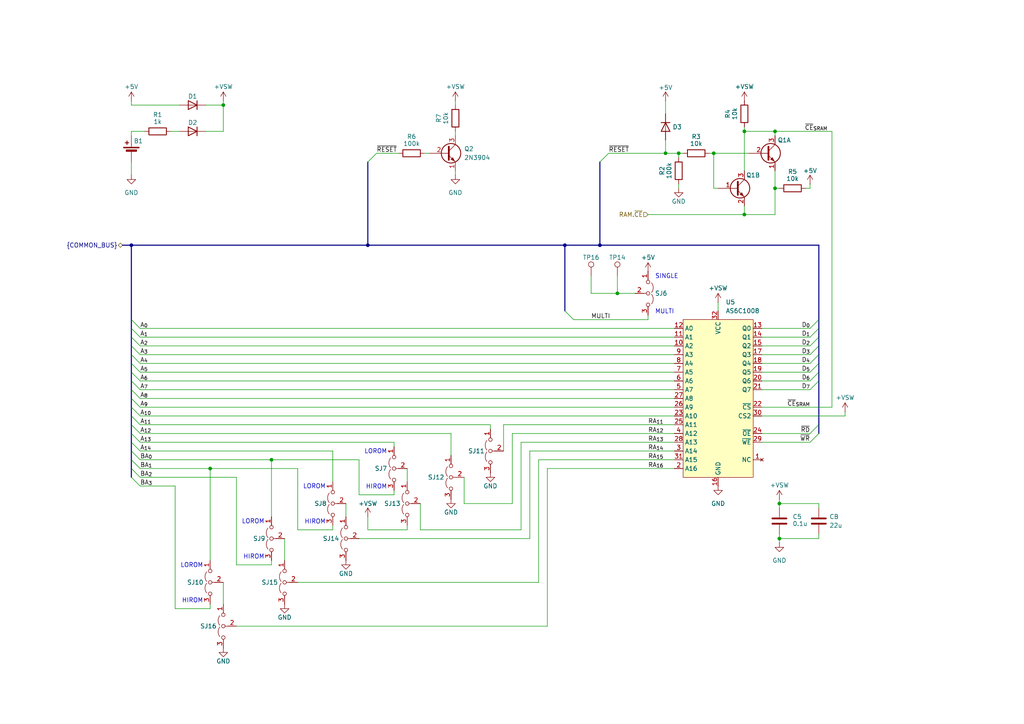
<source format=kicad_sch>
(kicad_sch
	(version 20231120)
	(generator "eeschema")
	(generator_version "8.0")
	(uuid "7300a905-7ea0-4e99-a24c-51c24af06fc8")
	(paper "A4")
	(title_block
		(title "SNES Advanced UV Cartridge")
		(date "2025-04-17")
		(rev "v1.0")
		(company "https://github.com/MouseBiteLabs/Super-Nintendo-Cartridges")
		(comment 1 "NOTE 2: Q1A is through-hole, Q1B is surface mount. Only populate one.")
		(comment 2 "NOTE 1: For multicart purposes, TP14 lines up with A14, TP16 lines up with A16.")
	)
	(lib_symbols
		(symbol "Bucketmouse:AS6C1008"
			(exclude_from_sim no)
			(in_bom yes)
			(on_board yes)
			(property "Reference" "U"
				(at -10.16 20.955 0)
				(effects
					(font
						(size 1.27 1.27)
					)
					(justify left bottom)
				)
			)
			(property "Value" "AS6C1008"
				(at 2.54 20.955 0)
				(effects
					(font
						(size 1.27 1.27)
					)
					(justify left bottom)
				)
			)
			(property "Footprint" ""
				(at 0 -2.54 0)
				(effects
					(font
						(size 1.27 1.27)
					)
					(hide yes)
				)
			)
			(property "Datasheet" ""
				(at 0 -2.54 0)
				(effects
					(font
						(size 1.27 1.27)
					)
					(hide yes)
				)
			)
			(property "Description" ""
				(at 0 0 0)
				(effects
					(font
						(size 1.27 1.27)
					)
					(hide yes)
				)
			)
			(property "ki_keywords" "RAM SRAM CMOS MEMORY"
				(at 0 0 0)
				(effects
					(font
						(size 1.27 1.27)
					)
					(hide yes)
				)
			)
			(property "ki_fp_filters" "DIP*W15.24mm*"
				(at 0 0 0)
				(effects
					(font
						(size 1.27 1.27)
					)
					(hide yes)
				)
			)
			(symbol "AS6C1008_1_0"
				(pin power_in line
					(at 0 -27.94 90)
					(length 2.54)
					(name "GND"
						(effects
							(font
								(size 1.27 1.27)
							)
						)
					)
					(number "16"
						(effects
							(font
								(size 1.27 1.27)
							)
						)
					)
				)
				(pin power_in line
					(at 0 22.86 270)
					(length 2.54)
					(name "VCC"
						(effects
							(font
								(size 1.27 1.27)
							)
						)
					)
					(number "32"
						(effects
							(font
								(size 1.27 1.27)
							)
						)
					)
				)
			)
			(symbol "AS6C1008_1_1"
				(rectangle
					(start -10.16 20.32)
					(end 10.16 -25.4)
					(stroke
						(width 0)
						(type default)
					)
					(fill
						(type background)
					)
				)
				(pin no_connect line
					(at 12.7 -20.32 180)
					(length 2.54)
					(name "NC"
						(effects
							(font
								(size 1.27 1.27)
							)
						)
					)
					(number "1"
						(effects
							(font
								(size 1.27 1.27)
							)
						)
					)
				)
				(pin input line
					(at -12.7 12.7 0)
					(length 2.54)
					(name "A2"
						(effects
							(font
								(size 1.27 1.27)
							)
						)
					)
					(number "10"
						(effects
							(font
								(size 1.27 1.27)
							)
						)
					)
				)
				(pin input line
					(at -12.7 15.24 0)
					(length 2.54)
					(name "A1"
						(effects
							(font
								(size 1.27 1.27)
							)
						)
					)
					(number "11"
						(effects
							(font
								(size 1.27 1.27)
							)
						)
					)
				)
				(pin input line
					(at -12.7 17.78 0)
					(length 2.54)
					(name "A0"
						(effects
							(font
								(size 1.27 1.27)
							)
						)
					)
					(number "12"
						(effects
							(font
								(size 1.27 1.27)
							)
						)
					)
				)
				(pin tri_state line
					(at 12.7 17.78 180)
					(length 2.54)
					(name "Q0"
						(effects
							(font
								(size 1.27 1.27)
							)
						)
					)
					(number "13"
						(effects
							(font
								(size 1.27 1.27)
							)
						)
					)
				)
				(pin tri_state line
					(at 12.7 15.24 180)
					(length 2.54)
					(name "Q1"
						(effects
							(font
								(size 1.27 1.27)
							)
						)
					)
					(number "14"
						(effects
							(font
								(size 1.27 1.27)
							)
						)
					)
				)
				(pin tri_state line
					(at 12.7 12.7 180)
					(length 2.54)
					(name "Q2"
						(effects
							(font
								(size 1.27 1.27)
							)
						)
					)
					(number "15"
						(effects
							(font
								(size 1.27 1.27)
							)
						)
					)
				)
				(pin tri_state line
					(at 12.7 10.16 180)
					(length 2.54)
					(name "Q3"
						(effects
							(font
								(size 1.27 1.27)
							)
						)
					)
					(number "17"
						(effects
							(font
								(size 1.27 1.27)
							)
						)
					)
				)
				(pin tri_state line
					(at 12.7 7.62 180)
					(length 2.54)
					(name "Q4"
						(effects
							(font
								(size 1.27 1.27)
							)
						)
					)
					(number "18"
						(effects
							(font
								(size 1.27 1.27)
							)
						)
					)
				)
				(pin tri_state line
					(at 12.7 5.08 180)
					(length 2.54)
					(name "Q5"
						(effects
							(font
								(size 1.27 1.27)
							)
						)
					)
					(number "19"
						(effects
							(font
								(size 1.27 1.27)
							)
						)
					)
				)
				(pin input line
					(at -12.7 -22.86 0)
					(length 2.54)
					(name "A16"
						(effects
							(font
								(size 1.27 1.27)
							)
						)
					)
					(number "2"
						(effects
							(font
								(size 1.27 1.27)
							)
						)
					)
				)
				(pin tri_state line
					(at 12.7 2.54 180)
					(length 2.54)
					(name "Q6"
						(effects
							(font
								(size 1.27 1.27)
							)
						)
					)
					(number "20"
						(effects
							(font
								(size 1.27 1.27)
							)
						)
					)
				)
				(pin tri_state line
					(at 12.7 0 180)
					(length 2.54)
					(name "Q7"
						(effects
							(font
								(size 1.27 1.27)
							)
						)
					)
					(number "21"
						(effects
							(font
								(size 1.27 1.27)
							)
						)
					)
				)
				(pin input line
					(at 12.7 -5.08 180)
					(length 2.54)
					(name "~{CS}"
						(effects
							(font
								(size 1.27 1.27)
							)
						)
					)
					(number "22"
						(effects
							(font
								(size 1.27 1.27)
							)
						)
					)
				)
				(pin input line
					(at -12.7 -7.62 0)
					(length 2.54)
					(name "A10"
						(effects
							(font
								(size 1.27 1.27)
							)
						)
					)
					(number "23"
						(effects
							(font
								(size 1.27 1.27)
							)
						)
					)
				)
				(pin input line
					(at 12.7 -12.7 180)
					(length 2.54)
					(name "~{OE}"
						(effects
							(font
								(size 1.27 1.27)
							)
						)
					)
					(number "24"
						(effects
							(font
								(size 1.27 1.27)
							)
						)
					)
				)
				(pin input line
					(at -12.7 -10.16 0)
					(length 2.54)
					(name "A11"
						(effects
							(font
								(size 1.27 1.27)
							)
						)
					)
					(number "25"
						(effects
							(font
								(size 1.27 1.27)
							)
						)
					)
				)
				(pin input line
					(at -12.7 -5.08 0)
					(length 2.54)
					(name "A9"
						(effects
							(font
								(size 1.27 1.27)
							)
						)
					)
					(number "26"
						(effects
							(font
								(size 1.27 1.27)
							)
						)
					)
				)
				(pin input line
					(at -12.7 -2.54 0)
					(length 2.54)
					(name "A8"
						(effects
							(font
								(size 1.27 1.27)
							)
						)
					)
					(number "27"
						(effects
							(font
								(size 1.27 1.27)
							)
						)
					)
				)
				(pin input line
					(at -12.7 -15.24 0)
					(length 2.54)
					(name "A13"
						(effects
							(font
								(size 1.27 1.27)
							)
						)
					)
					(number "28"
						(effects
							(font
								(size 1.27 1.27)
							)
						)
					)
				)
				(pin input line
					(at 12.7 -15.24 180)
					(length 2.54)
					(name "~{WE}"
						(effects
							(font
								(size 1.27 1.27)
							)
						)
					)
					(number "29"
						(effects
							(font
								(size 1.27 1.27)
							)
						)
					)
				)
				(pin input line
					(at -12.7 -17.78 0)
					(length 2.54)
					(name "A14"
						(effects
							(font
								(size 1.27 1.27)
							)
						)
					)
					(number "3"
						(effects
							(font
								(size 1.27 1.27)
							)
						)
					)
				)
				(pin input line
					(at 12.7 -7.62 180)
					(length 2.54)
					(name "CS2"
						(effects
							(font
								(size 1.27 1.27)
							)
						)
					)
					(number "30"
						(effects
							(font
								(size 1.27 1.27)
							)
						)
					)
				)
				(pin input line
					(at -12.7 -20.32 0)
					(length 2.54)
					(name "A15"
						(effects
							(font
								(size 1.27 1.27)
							)
						)
					)
					(number "31"
						(effects
							(font
								(size 1.27 1.27)
							)
						)
					)
				)
				(pin input line
					(at -12.7 -12.7 0)
					(length 2.54)
					(name "A12"
						(effects
							(font
								(size 1.27 1.27)
							)
						)
					)
					(number "4"
						(effects
							(font
								(size 1.27 1.27)
							)
						)
					)
				)
				(pin input line
					(at -12.7 0 0)
					(length 2.54)
					(name "A7"
						(effects
							(font
								(size 1.27 1.27)
							)
						)
					)
					(number "5"
						(effects
							(font
								(size 1.27 1.27)
							)
						)
					)
				)
				(pin input line
					(at -12.7 2.54 0)
					(length 2.54)
					(name "A6"
						(effects
							(font
								(size 1.27 1.27)
							)
						)
					)
					(number "6"
						(effects
							(font
								(size 1.27 1.27)
							)
						)
					)
				)
				(pin input line
					(at -12.7 5.08 0)
					(length 2.54)
					(name "A5"
						(effects
							(font
								(size 1.27 1.27)
							)
						)
					)
					(number "7"
						(effects
							(font
								(size 1.27 1.27)
							)
						)
					)
				)
				(pin input line
					(at -12.7 7.62 0)
					(length 2.54)
					(name "A4"
						(effects
							(font
								(size 1.27 1.27)
							)
						)
					)
					(number "8"
						(effects
							(font
								(size 1.27 1.27)
							)
						)
					)
				)
				(pin input line
					(at -12.7 10.16 0)
					(length 2.54)
					(name "A3"
						(effects
							(font
								(size 1.27 1.27)
							)
						)
					)
					(number "9"
						(effects
							(font
								(size 1.27 1.27)
							)
						)
					)
				)
			)
		)
		(symbol "Connector:TestPoint"
			(pin_numbers hide)
			(pin_names
				(offset 0.762) hide)
			(exclude_from_sim no)
			(in_bom yes)
			(on_board yes)
			(property "Reference" "TP"
				(at 0 6.858 0)
				(effects
					(font
						(size 1.27 1.27)
					)
				)
			)
			(property "Value" "TestPoint"
				(at 0 5.08 0)
				(effects
					(font
						(size 1.27 1.27)
					)
				)
			)
			(property "Footprint" ""
				(at 5.08 0 0)
				(effects
					(font
						(size 1.27 1.27)
					)
					(hide yes)
				)
			)
			(property "Datasheet" "~"
				(at 5.08 0 0)
				(effects
					(font
						(size 1.27 1.27)
					)
					(hide yes)
				)
			)
			(property "Description" "test point"
				(at 0 0 0)
				(effects
					(font
						(size 1.27 1.27)
					)
					(hide yes)
				)
			)
			(property "ki_keywords" "test point tp"
				(at 0 0 0)
				(effects
					(font
						(size 1.27 1.27)
					)
					(hide yes)
				)
			)
			(property "ki_fp_filters" "Pin* Test*"
				(at 0 0 0)
				(effects
					(font
						(size 1.27 1.27)
					)
					(hide yes)
				)
			)
			(symbol "TestPoint_0_1"
				(circle
					(center 0 3.302)
					(radius 0.762)
					(stroke
						(width 0)
						(type default)
					)
					(fill
						(type none)
					)
				)
			)
			(symbol "TestPoint_1_1"
				(pin passive line
					(at 0 0 90)
					(length 2.54)
					(name "1"
						(effects
							(font
								(size 1.27 1.27)
							)
						)
					)
					(number "1"
						(effects
							(font
								(size 1.27 1.27)
							)
						)
					)
				)
			)
		)
		(symbol "Device:Battery_Cell"
			(pin_numbers hide)
			(pin_names
				(offset 0) hide)
			(exclude_from_sim no)
			(in_bom yes)
			(on_board yes)
			(property "Reference" "BT"
				(at 2.54 2.54 0)
				(effects
					(font
						(size 1.27 1.27)
					)
					(justify left)
				)
			)
			(property "Value" "Battery_Cell"
				(at 2.54 0 0)
				(effects
					(font
						(size 1.27 1.27)
					)
					(justify left)
				)
			)
			(property "Footprint" ""
				(at 0 1.524 90)
				(effects
					(font
						(size 1.27 1.27)
					)
					(hide yes)
				)
			)
			(property "Datasheet" "~"
				(at 0 1.524 90)
				(effects
					(font
						(size 1.27 1.27)
					)
					(hide yes)
				)
			)
			(property "Description" "Single-cell battery"
				(at 0 0 0)
				(effects
					(font
						(size 1.27 1.27)
					)
					(hide yes)
				)
			)
			(property "ki_keywords" "battery cell"
				(at 0 0 0)
				(effects
					(font
						(size 1.27 1.27)
					)
					(hide yes)
				)
			)
			(symbol "Battery_Cell_0_1"
				(rectangle
					(start -2.286 1.778)
					(end 2.286 1.524)
					(stroke
						(width 0)
						(type default)
					)
					(fill
						(type outline)
					)
				)
				(rectangle
					(start -1.524 1.016)
					(end 1.524 0.508)
					(stroke
						(width 0)
						(type default)
					)
					(fill
						(type outline)
					)
				)
				(polyline
					(pts
						(xy 0 0.762) (xy 0 0)
					)
					(stroke
						(width 0)
						(type default)
					)
					(fill
						(type none)
					)
				)
				(polyline
					(pts
						(xy 0 1.778) (xy 0 2.54)
					)
					(stroke
						(width 0)
						(type default)
					)
					(fill
						(type none)
					)
				)
				(polyline
					(pts
						(xy 0.762 3.048) (xy 1.778 3.048)
					)
					(stroke
						(width 0.254)
						(type default)
					)
					(fill
						(type none)
					)
				)
				(polyline
					(pts
						(xy 1.27 3.556) (xy 1.27 2.54)
					)
					(stroke
						(width 0.254)
						(type default)
					)
					(fill
						(type none)
					)
				)
			)
			(symbol "Battery_Cell_1_1"
				(pin passive line
					(at 0 5.08 270)
					(length 2.54)
					(name "+"
						(effects
							(font
								(size 1.27 1.27)
							)
						)
					)
					(number "1"
						(effects
							(font
								(size 1.27 1.27)
							)
						)
					)
				)
				(pin passive line
					(at 0 -2.54 90)
					(length 2.54)
					(name "-"
						(effects
							(font
								(size 1.27 1.27)
							)
						)
					)
					(number "2"
						(effects
							(font
								(size 1.27 1.27)
							)
						)
					)
				)
			)
		)
		(symbol "Device:C"
			(pin_numbers hide)
			(pin_names
				(offset 0.254)
			)
			(exclude_from_sim no)
			(in_bom yes)
			(on_board yes)
			(property "Reference" "C"
				(at 0.635 2.54 0)
				(effects
					(font
						(size 1.27 1.27)
					)
					(justify left)
				)
			)
			(property "Value" "C"
				(at 0.635 -2.54 0)
				(effects
					(font
						(size 1.27 1.27)
					)
					(justify left)
				)
			)
			(property "Footprint" ""
				(at 0.9652 -3.81 0)
				(effects
					(font
						(size 1.27 1.27)
					)
					(hide yes)
				)
			)
			(property "Datasheet" "~"
				(at 0 0 0)
				(effects
					(font
						(size 1.27 1.27)
					)
					(hide yes)
				)
			)
			(property "Description" "Unpolarized capacitor"
				(at 0 0 0)
				(effects
					(font
						(size 1.27 1.27)
					)
					(hide yes)
				)
			)
			(property "ki_keywords" "cap capacitor"
				(at 0 0 0)
				(effects
					(font
						(size 1.27 1.27)
					)
					(hide yes)
				)
			)
			(property "ki_fp_filters" "C_*"
				(at 0 0 0)
				(effects
					(font
						(size 1.27 1.27)
					)
					(hide yes)
				)
			)
			(symbol "C_0_1"
				(polyline
					(pts
						(xy -2.032 -0.762) (xy 2.032 -0.762)
					)
					(stroke
						(width 0.508)
						(type default)
					)
					(fill
						(type none)
					)
				)
				(polyline
					(pts
						(xy -2.032 0.762) (xy 2.032 0.762)
					)
					(stroke
						(width 0.508)
						(type default)
					)
					(fill
						(type none)
					)
				)
			)
			(symbol "C_1_1"
				(pin passive line
					(at 0 3.81 270)
					(length 2.794)
					(name "~"
						(effects
							(font
								(size 1.27 1.27)
							)
						)
					)
					(number "1"
						(effects
							(font
								(size 1.27 1.27)
							)
						)
					)
				)
				(pin passive line
					(at 0 -3.81 90)
					(length 2.794)
					(name "~"
						(effects
							(font
								(size 1.27 1.27)
							)
						)
					)
					(number "2"
						(effects
							(font
								(size 1.27 1.27)
							)
						)
					)
				)
			)
		)
		(symbol "Device:D"
			(pin_numbers hide)
			(pin_names
				(offset 1.016) hide)
			(exclude_from_sim no)
			(in_bom yes)
			(on_board yes)
			(property "Reference" "D"
				(at 0 2.54 0)
				(effects
					(font
						(size 1.27 1.27)
					)
				)
			)
			(property "Value" "D"
				(at 0 -2.54 0)
				(effects
					(font
						(size 1.27 1.27)
					)
				)
			)
			(property "Footprint" ""
				(at 0 0 0)
				(effects
					(font
						(size 1.27 1.27)
					)
					(hide yes)
				)
			)
			(property "Datasheet" "~"
				(at 0 0 0)
				(effects
					(font
						(size 1.27 1.27)
					)
					(hide yes)
				)
			)
			(property "Description" "Diode"
				(at 0 0 0)
				(effects
					(font
						(size 1.27 1.27)
					)
					(hide yes)
				)
			)
			(property "Sim.Device" "D"
				(at 0 0 0)
				(effects
					(font
						(size 1.27 1.27)
					)
					(hide yes)
				)
			)
			(property "Sim.Pins" "1=K 2=A"
				(at 0 0 0)
				(effects
					(font
						(size 1.27 1.27)
					)
					(hide yes)
				)
			)
			(property "ki_keywords" "diode"
				(at 0 0 0)
				(effects
					(font
						(size 1.27 1.27)
					)
					(hide yes)
				)
			)
			(property "ki_fp_filters" "TO-???* *_Diode_* *SingleDiode* D_*"
				(at 0 0 0)
				(effects
					(font
						(size 1.27 1.27)
					)
					(hide yes)
				)
			)
			(symbol "D_0_1"
				(polyline
					(pts
						(xy -1.27 1.27) (xy -1.27 -1.27)
					)
					(stroke
						(width 0.254)
						(type default)
					)
					(fill
						(type none)
					)
				)
				(polyline
					(pts
						(xy 1.27 0) (xy -1.27 0)
					)
					(stroke
						(width 0)
						(type default)
					)
					(fill
						(type none)
					)
				)
				(polyline
					(pts
						(xy 1.27 1.27) (xy 1.27 -1.27) (xy -1.27 0) (xy 1.27 1.27)
					)
					(stroke
						(width 0.254)
						(type default)
					)
					(fill
						(type none)
					)
				)
			)
			(symbol "D_1_1"
				(pin passive line
					(at -3.81 0 0)
					(length 2.54)
					(name "K"
						(effects
							(font
								(size 1.27 1.27)
							)
						)
					)
					(number "1"
						(effects
							(font
								(size 1.27 1.27)
							)
						)
					)
				)
				(pin passive line
					(at 3.81 0 180)
					(length 2.54)
					(name "A"
						(effects
							(font
								(size 1.27 1.27)
							)
						)
					)
					(number "2"
						(effects
							(font
								(size 1.27 1.27)
							)
						)
					)
				)
			)
		)
		(symbol "Device:R"
			(pin_numbers hide)
			(pin_names
				(offset 0)
			)
			(exclude_from_sim no)
			(in_bom yes)
			(on_board yes)
			(property "Reference" "R"
				(at 2.032 0 90)
				(effects
					(font
						(size 1.27 1.27)
					)
				)
			)
			(property "Value" "R"
				(at 0 0 90)
				(effects
					(font
						(size 1.27 1.27)
					)
				)
			)
			(property "Footprint" ""
				(at -1.778 0 90)
				(effects
					(font
						(size 1.27 1.27)
					)
					(hide yes)
				)
			)
			(property "Datasheet" "~"
				(at 0 0 0)
				(effects
					(font
						(size 1.27 1.27)
					)
					(hide yes)
				)
			)
			(property "Description" "Resistor"
				(at 0 0 0)
				(effects
					(font
						(size 1.27 1.27)
					)
					(hide yes)
				)
			)
			(property "ki_keywords" "R res resistor"
				(at 0 0 0)
				(effects
					(font
						(size 1.27 1.27)
					)
					(hide yes)
				)
			)
			(property "ki_fp_filters" "R_*"
				(at 0 0 0)
				(effects
					(font
						(size 1.27 1.27)
					)
					(hide yes)
				)
			)
			(symbol "R_0_1"
				(rectangle
					(start -1.016 -2.54)
					(end 1.016 2.54)
					(stroke
						(width 0.254)
						(type default)
					)
					(fill
						(type none)
					)
				)
			)
			(symbol "R_1_1"
				(pin passive line
					(at 0 3.81 270)
					(length 1.27)
					(name "~"
						(effects
							(font
								(size 1.27 1.27)
							)
						)
					)
					(number "1"
						(effects
							(font
								(size 1.27 1.27)
							)
						)
					)
				)
				(pin passive line
					(at 0 -3.81 90)
					(length 1.27)
					(name "~"
						(effects
							(font
								(size 1.27 1.27)
							)
						)
					)
					(number "2"
						(effects
							(font
								(size 1.27 1.27)
							)
						)
					)
				)
			)
		)
		(symbol "Jumper:Jumper_3_Open"
			(pin_names
				(offset 0) hide)
			(exclude_from_sim yes)
			(in_bom no)
			(on_board yes)
			(property "Reference" "JP"
				(at -2.54 -2.54 0)
				(effects
					(font
						(size 1.27 1.27)
					)
				)
			)
			(property "Value" "Jumper_3_Open"
				(at 0 2.794 0)
				(effects
					(font
						(size 1.27 1.27)
					)
				)
			)
			(property "Footprint" ""
				(at 0 0 0)
				(effects
					(font
						(size 1.27 1.27)
					)
					(hide yes)
				)
			)
			(property "Datasheet" "~"
				(at 0 0 0)
				(effects
					(font
						(size 1.27 1.27)
					)
					(hide yes)
				)
			)
			(property "Description" "Jumper, 3-pole, both open"
				(at 0 0 0)
				(effects
					(font
						(size 1.27 1.27)
					)
					(hide yes)
				)
			)
			(property "ki_keywords" "Jumper SPDT"
				(at 0 0 0)
				(effects
					(font
						(size 1.27 1.27)
					)
					(hide yes)
				)
			)
			(property "ki_fp_filters" "Jumper* TestPoint*3Pads* TestPoint*Bridge*"
				(at 0 0 0)
				(effects
					(font
						(size 1.27 1.27)
					)
					(hide yes)
				)
			)
			(symbol "Jumper_3_Open_0_0"
				(circle
					(center -3.302 0)
					(radius 0.508)
					(stroke
						(width 0)
						(type default)
					)
					(fill
						(type none)
					)
				)
				(circle
					(center 0 0)
					(radius 0.508)
					(stroke
						(width 0)
						(type default)
					)
					(fill
						(type none)
					)
				)
				(circle
					(center 3.302 0)
					(radius 0.508)
					(stroke
						(width 0)
						(type default)
					)
					(fill
						(type none)
					)
				)
			)
			(symbol "Jumper_3_Open_0_1"
				(arc
					(start -0.254 1.016)
					(mid -1.651 1.4992)
					(end -3.048 1.016)
					(stroke
						(width 0)
						(type default)
					)
					(fill
						(type none)
					)
				)
				(polyline
					(pts
						(xy 0 -0.508) (xy 0 -1.27)
					)
					(stroke
						(width 0)
						(type default)
					)
					(fill
						(type none)
					)
				)
				(arc
					(start 3.048 1.016)
					(mid 1.651 1.4992)
					(end 0.254 1.016)
					(stroke
						(width 0)
						(type default)
					)
					(fill
						(type none)
					)
				)
			)
			(symbol "Jumper_3_Open_1_1"
				(pin passive line
					(at -6.35 0 0)
					(length 2.54)
					(name "A"
						(effects
							(font
								(size 1.27 1.27)
							)
						)
					)
					(number "1"
						(effects
							(font
								(size 1.27 1.27)
							)
						)
					)
				)
				(pin passive line
					(at 0 -3.81 90)
					(length 2.54)
					(name "C"
						(effects
							(font
								(size 1.27 1.27)
							)
						)
					)
					(number "2"
						(effects
							(font
								(size 1.27 1.27)
							)
						)
					)
				)
				(pin passive line
					(at 6.35 0 180)
					(length 2.54)
					(name "B"
						(effects
							(font
								(size 1.27 1.27)
							)
						)
					)
					(number "3"
						(effects
							(font
								(size 1.27 1.27)
							)
						)
					)
				)
			)
		)
		(symbol "Transistor_BJT:2N3904"
			(pin_names
				(offset 0) hide)
			(exclude_from_sim no)
			(in_bom yes)
			(on_board yes)
			(property "Reference" "Q"
				(at 5.08 1.905 0)
				(effects
					(font
						(size 1.27 1.27)
					)
					(justify left)
				)
			)
			(property "Value" "2N3904"
				(at 5.08 0 0)
				(effects
					(font
						(size 1.27 1.27)
					)
					(justify left)
				)
			)
			(property "Footprint" "Package_TO_SOT_THT:TO-92_Inline"
				(at 5.08 -1.905 0)
				(effects
					(font
						(size 1.27 1.27)
						(italic yes)
					)
					(justify left)
					(hide yes)
				)
			)
			(property "Datasheet" "https://www.onsemi.com/pub/Collateral/2N3903-D.PDF"
				(at 0 0 0)
				(effects
					(font
						(size 1.27 1.27)
					)
					(justify left)
					(hide yes)
				)
			)
			(property "Description" "0.2A Ic, 40V Vce, Small Signal NPN Transistor, TO-92"
				(at 0 0 0)
				(effects
					(font
						(size 1.27 1.27)
					)
					(hide yes)
				)
			)
			(property "ki_keywords" "NPN Transistor"
				(at 0 0 0)
				(effects
					(font
						(size 1.27 1.27)
					)
					(hide yes)
				)
			)
			(property "ki_fp_filters" "TO?92*"
				(at 0 0 0)
				(effects
					(font
						(size 1.27 1.27)
					)
					(hide yes)
				)
			)
			(symbol "2N3904_0_1"
				(polyline
					(pts
						(xy 0.635 0.635) (xy 2.54 2.54)
					)
					(stroke
						(width 0)
						(type default)
					)
					(fill
						(type none)
					)
				)
				(polyline
					(pts
						(xy 0.635 -0.635) (xy 2.54 -2.54) (xy 2.54 -2.54)
					)
					(stroke
						(width 0)
						(type default)
					)
					(fill
						(type none)
					)
				)
				(polyline
					(pts
						(xy 0.635 1.905) (xy 0.635 -1.905) (xy 0.635 -1.905)
					)
					(stroke
						(width 0.508)
						(type default)
					)
					(fill
						(type none)
					)
				)
				(polyline
					(pts
						(xy 1.27 -1.778) (xy 1.778 -1.27) (xy 2.286 -2.286) (xy 1.27 -1.778) (xy 1.27 -1.778)
					)
					(stroke
						(width 0)
						(type default)
					)
					(fill
						(type outline)
					)
				)
				(circle
					(center 1.27 0)
					(radius 2.8194)
					(stroke
						(width 0.254)
						(type default)
					)
					(fill
						(type none)
					)
				)
			)
			(symbol "2N3904_1_1"
				(pin passive line
					(at 2.54 -5.08 90)
					(length 2.54)
					(name "E"
						(effects
							(font
								(size 1.27 1.27)
							)
						)
					)
					(number "1"
						(effects
							(font
								(size 1.27 1.27)
							)
						)
					)
				)
				(pin passive line
					(at -5.08 0 0)
					(length 5.715)
					(name "B"
						(effects
							(font
								(size 1.27 1.27)
							)
						)
					)
					(number "2"
						(effects
							(font
								(size 1.27 1.27)
							)
						)
					)
				)
				(pin passive line
					(at 2.54 5.08 270)
					(length 2.54)
					(name "C"
						(effects
							(font
								(size 1.27 1.27)
							)
						)
					)
					(number "3"
						(effects
							(font
								(size 1.27 1.27)
							)
						)
					)
				)
			)
		)
		(symbol "Transistor_BJT:MMBT3904"
			(pin_names
				(offset 0) hide)
			(exclude_from_sim no)
			(in_bom yes)
			(on_board yes)
			(property "Reference" "Q"
				(at 5.08 1.905 0)
				(effects
					(font
						(size 1.27 1.27)
					)
					(justify left)
				)
			)
			(property "Value" "MMBT3904"
				(at 5.08 0 0)
				(effects
					(font
						(size 1.27 1.27)
					)
					(justify left)
				)
			)
			(property "Footprint" "Package_TO_SOT_SMD:SOT-23"
				(at 5.08 -1.905 0)
				(effects
					(font
						(size 1.27 1.27)
						(italic yes)
					)
					(justify left)
					(hide yes)
				)
			)
			(property "Datasheet" "https://www.onsemi.com/pdf/datasheet/pzt3904-d.pdf"
				(at 0 0 0)
				(effects
					(font
						(size 1.27 1.27)
					)
					(justify left)
					(hide yes)
				)
			)
			(property "Description" "0.2A Ic, 40V Vce, Small Signal NPN Transistor, SOT-23"
				(at 0 0 0)
				(effects
					(font
						(size 1.27 1.27)
					)
					(hide yes)
				)
			)
			(property "ki_keywords" "NPN Transistor"
				(at 0 0 0)
				(effects
					(font
						(size 1.27 1.27)
					)
					(hide yes)
				)
			)
			(property "ki_fp_filters" "SOT?23*"
				(at 0 0 0)
				(effects
					(font
						(size 1.27 1.27)
					)
					(hide yes)
				)
			)
			(symbol "MMBT3904_0_1"
				(polyline
					(pts
						(xy 0.635 0.635) (xy 2.54 2.54)
					)
					(stroke
						(width 0)
						(type default)
					)
					(fill
						(type none)
					)
				)
				(polyline
					(pts
						(xy 0.635 -0.635) (xy 2.54 -2.54) (xy 2.54 -2.54)
					)
					(stroke
						(width 0)
						(type default)
					)
					(fill
						(type none)
					)
				)
				(polyline
					(pts
						(xy 0.635 1.905) (xy 0.635 -1.905) (xy 0.635 -1.905)
					)
					(stroke
						(width 0.508)
						(type default)
					)
					(fill
						(type none)
					)
				)
				(polyline
					(pts
						(xy 1.27 -1.778) (xy 1.778 -1.27) (xy 2.286 -2.286) (xy 1.27 -1.778) (xy 1.27 -1.778)
					)
					(stroke
						(width 0)
						(type default)
					)
					(fill
						(type outline)
					)
				)
				(circle
					(center 1.27 0)
					(radius 2.8194)
					(stroke
						(width 0.254)
						(type default)
					)
					(fill
						(type none)
					)
				)
			)
			(symbol "MMBT3904_1_1"
				(pin input line
					(at -5.08 0 0)
					(length 5.715)
					(name "B"
						(effects
							(font
								(size 1.27 1.27)
							)
						)
					)
					(number "1"
						(effects
							(font
								(size 1.27 1.27)
							)
						)
					)
				)
				(pin passive line
					(at 2.54 -5.08 90)
					(length 2.54)
					(name "E"
						(effects
							(font
								(size 1.27 1.27)
							)
						)
					)
					(number "2"
						(effects
							(font
								(size 1.27 1.27)
							)
						)
					)
				)
				(pin passive line
					(at 2.54 5.08 270)
					(length 2.54)
					(name "C"
						(effects
							(font
								(size 1.27 1.27)
							)
						)
					)
					(number "3"
						(effects
							(font
								(size 1.27 1.27)
							)
						)
					)
				)
			)
		)
		(symbol "power:+5V"
			(power)
			(pin_numbers hide)
			(pin_names
				(offset 0) hide)
			(exclude_from_sim no)
			(in_bom yes)
			(on_board yes)
			(property "Reference" "#PWR"
				(at 0 -3.81 0)
				(effects
					(font
						(size 1.27 1.27)
					)
					(hide yes)
				)
			)
			(property "Value" "+5V"
				(at 0 3.556 0)
				(effects
					(font
						(size 1.27 1.27)
					)
				)
			)
			(property "Footprint" ""
				(at 0 0 0)
				(effects
					(font
						(size 1.27 1.27)
					)
					(hide yes)
				)
			)
			(property "Datasheet" ""
				(at 0 0 0)
				(effects
					(font
						(size 1.27 1.27)
					)
					(hide yes)
				)
			)
			(property "Description" "Power symbol creates a global label with name \"+5V\""
				(at 0 0 0)
				(effects
					(font
						(size 1.27 1.27)
					)
					(hide yes)
				)
			)
			(property "ki_keywords" "global power"
				(at 0 0 0)
				(effects
					(font
						(size 1.27 1.27)
					)
					(hide yes)
				)
			)
			(symbol "+5V_0_1"
				(polyline
					(pts
						(xy -0.762 1.27) (xy 0 2.54)
					)
					(stroke
						(width 0)
						(type default)
					)
					(fill
						(type none)
					)
				)
				(polyline
					(pts
						(xy 0 0) (xy 0 2.54)
					)
					(stroke
						(width 0)
						(type default)
					)
					(fill
						(type none)
					)
				)
				(polyline
					(pts
						(xy 0 2.54) (xy 0.762 1.27)
					)
					(stroke
						(width 0)
						(type default)
					)
					(fill
						(type none)
					)
				)
			)
			(symbol "+5V_1_1"
				(pin power_in line
					(at 0 0 90)
					(length 0)
					(name "~"
						(effects
							(font
								(size 1.27 1.27)
							)
						)
					)
					(number "1"
						(effects
							(font
								(size 1.27 1.27)
							)
						)
					)
				)
			)
		)
		(symbol "power:+VSW"
			(power)
			(pin_numbers hide)
			(pin_names
				(offset 0) hide)
			(exclude_from_sim no)
			(in_bom yes)
			(on_board yes)
			(property "Reference" "#PWR"
				(at 0 -3.81 0)
				(effects
					(font
						(size 1.27 1.27)
					)
					(hide yes)
				)
			)
			(property "Value" "+VSW"
				(at 0 3.556 0)
				(effects
					(font
						(size 1.27 1.27)
					)
				)
			)
			(property "Footprint" ""
				(at 0 0 0)
				(effects
					(font
						(size 1.27 1.27)
					)
					(hide yes)
				)
			)
			(property "Datasheet" ""
				(at 0 0 0)
				(effects
					(font
						(size 1.27 1.27)
					)
					(hide yes)
				)
			)
			(property "Description" "Power symbol creates a global label with name \"+VSW\""
				(at 0 0 0)
				(effects
					(font
						(size 1.27 1.27)
					)
					(hide yes)
				)
			)
			(property "ki_keywords" "global power"
				(at 0 0 0)
				(effects
					(font
						(size 1.27 1.27)
					)
					(hide yes)
				)
			)
			(symbol "+VSW_0_1"
				(polyline
					(pts
						(xy -0.762 1.27) (xy 0 2.54)
					)
					(stroke
						(width 0)
						(type default)
					)
					(fill
						(type none)
					)
				)
				(polyline
					(pts
						(xy 0 0) (xy 0 2.54)
					)
					(stroke
						(width 0)
						(type default)
					)
					(fill
						(type none)
					)
				)
				(polyline
					(pts
						(xy 0 2.54) (xy 0.762 1.27)
					)
					(stroke
						(width 0)
						(type default)
					)
					(fill
						(type none)
					)
				)
			)
			(symbol "+VSW_1_1"
				(pin power_in line
					(at 0 0 90)
					(length 0)
					(name "~"
						(effects
							(font
								(size 1.27 1.27)
							)
						)
					)
					(number "1"
						(effects
							(font
								(size 1.27 1.27)
							)
						)
					)
				)
			)
		)
		(symbol "power:GND"
			(power)
			(pin_numbers hide)
			(pin_names
				(offset 0) hide)
			(exclude_from_sim no)
			(in_bom yes)
			(on_board yes)
			(property "Reference" "#PWR"
				(at 0 -6.35 0)
				(effects
					(font
						(size 1.27 1.27)
					)
					(hide yes)
				)
			)
			(property "Value" "GND"
				(at 0 -3.81 0)
				(effects
					(font
						(size 1.27 1.27)
					)
				)
			)
			(property "Footprint" ""
				(at 0 0 0)
				(effects
					(font
						(size 1.27 1.27)
					)
					(hide yes)
				)
			)
			(property "Datasheet" ""
				(at 0 0 0)
				(effects
					(font
						(size 1.27 1.27)
					)
					(hide yes)
				)
			)
			(property "Description" "Power symbol creates a global label with name \"GND\" , ground"
				(at 0 0 0)
				(effects
					(font
						(size 1.27 1.27)
					)
					(hide yes)
				)
			)
			(property "ki_keywords" "global power"
				(at 0 0 0)
				(effects
					(font
						(size 1.27 1.27)
					)
					(hide yes)
				)
			)
			(symbol "GND_0_1"
				(polyline
					(pts
						(xy 0 0) (xy 0 -1.27) (xy 1.27 -1.27) (xy 0 -2.54) (xy -1.27 -1.27) (xy 0 -1.27)
					)
					(stroke
						(width 0)
						(type default)
					)
					(fill
						(type none)
					)
				)
			)
			(symbol "GND_1_1"
				(pin power_in line
					(at 0 0 270)
					(length 0)
					(name "~"
						(effects
							(font
								(size 1.27 1.27)
							)
						)
					)
					(number "1"
						(effects
							(font
								(size 1.27 1.27)
							)
						)
					)
				)
			)
		)
	)
	(junction
		(at 215.9 38.1)
		(diameter 0)
		(color 0 0 0 0)
		(uuid "1b5b74ce-4c6f-496f-972e-3035b41fcb90")
	)
	(junction
		(at 179.07 85.09)
		(diameter 0)
		(color 0 0 0 0)
		(uuid "2462c116-0427-44fb-804b-d47caa93230c")
	)
	(junction
		(at 224.79 54.61)
		(diameter 0)
		(color 0 0 0 0)
		(uuid "33da25e4-52d9-46bc-bc8e-b024f0e6d4e0")
	)
	(junction
		(at 163.83 71.12)
		(diameter 0)
		(color 0 0 0 0)
		(uuid "3829c761-a2b8-4bf5-9d71-baa73b5ea15d")
	)
	(junction
		(at 226.06 146.05)
		(diameter 0)
		(color 0 0 0 0)
		(uuid "3917c350-fc71-4f21-8f78-780dd92e2c74")
	)
	(junction
		(at 193.04 44.45)
		(diameter 0)
		(color 0 0 0 0)
		(uuid "461d5128-c9b2-4b4c-a4f7-326101046008")
	)
	(junction
		(at 224.79 38.1)
		(diameter 0)
		(color 0 0 0 0)
		(uuid "4941594d-04f3-41ee-9844-ac9503c03119")
	)
	(junction
		(at 106.68 71.12)
		(diameter 0)
		(color 0 0 0 0)
		(uuid "542c42a6-f07b-4bfb-8d3d-781c5e15c1d4")
	)
	(junction
		(at 78.74 133.35)
		(diameter 0)
		(color 0 0 0 0)
		(uuid "5b655db6-7ce3-4a53-90fc-0f217abfa8cd")
	)
	(junction
		(at 60.96 135.89)
		(diameter 0)
		(color 0 0 0 0)
		(uuid "5b94bfa0-8102-40f6-a4e1-12dc27037ccf")
	)
	(junction
		(at 207.01 44.45)
		(diameter 0)
		(color 0 0 0 0)
		(uuid "60a9f9d6-1f18-45ca-91e1-687a3e290a6b")
	)
	(junction
		(at 173.99 71.12)
		(diameter 0)
		(color 0 0 0 0)
		(uuid "617c550d-b31f-488f-ac9b-68d3b162bf1c")
	)
	(junction
		(at 196.85 44.45)
		(diameter 0)
		(color 0 0 0 0)
		(uuid "659c8a35-4096-4946-a059-91d26798cd84")
	)
	(junction
		(at 64.77 30.48)
		(diameter 0)
		(color 0 0 0 0)
		(uuid "74eb0c90-5edc-4d0d-9116-9cee2d6e8cc9")
	)
	(junction
		(at 215.9 62.23)
		(diameter 0)
		(color 0 0 0 0)
		(uuid "7b9ee02e-24d4-47bc-8c23-e1182c93afe6")
	)
	(junction
		(at 38.1 71.12)
		(diameter 0)
		(color 0 0 0 0)
		(uuid "b9ca8aff-acb9-4e38-9247-370377bb8f5f")
	)
	(junction
		(at 226.06 156.21)
		(diameter 0)
		(color 0 0 0 0)
		(uuid "f3958e97-7734-4097-b88e-15659ec34b9f")
	)
	(bus_entry
		(at 38.1 120.65)
		(size 2.54 2.54)
		(stroke
			(width 0)
			(type default)
		)
		(uuid "054699d8-b6d3-460d-bede-f63a82de7d97")
	)
	(bus_entry
		(at 163.83 90.17)
		(size 2.54 2.54)
		(stroke
			(width 0)
			(type default)
		)
		(uuid "0f892085-1acd-44d1-b599-9a8fdf7f550d")
	)
	(bus_entry
		(at 38.1 92.71)
		(size 2.54 2.54)
		(stroke
			(width 0)
			(type default)
		)
		(uuid "10be4eb7-887c-4960-80b4-269f3c6f0201")
	)
	(bus_entry
		(at 237.49 97.79)
		(size -2.54 2.54)
		(stroke
			(width 0)
			(type default)
		)
		(uuid "1b80267d-debe-41b3-854e-c5d95299a774")
	)
	(bus_entry
		(at 38.1 133.35)
		(size 2.54 2.54)
		(stroke
			(width 0)
			(type default)
		)
		(uuid "1cd855b5-2641-411e-a74d-7df9084af5dd")
	)
	(bus_entry
		(at 237.49 92.71)
		(size -2.54 2.54)
		(stroke
			(width 0)
			(type default)
		)
		(uuid "25d6e31f-1714-4a33-bd0a-c9877617b53e")
	)
	(bus_entry
		(at 237.49 107.95)
		(size -2.54 2.54)
		(stroke
			(width 0)
			(type default)
		)
		(uuid "261163f9-7f2a-4270-9526-39943182059b")
	)
	(bus_entry
		(at 38.1 125.73)
		(size 2.54 2.54)
		(stroke
			(width 0)
			(type default)
		)
		(uuid "278a7155-0c38-4bd6-8544-1897ed6aa94c")
	)
	(bus_entry
		(at 38.1 115.57)
		(size 2.54 2.54)
		(stroke
			(width 0)
			(type default)
		)
		(uuid "2ffae06f-9d33-4e16-8568-f4e9868111b3")
	)
	(bus_entry
		(at 106.68 46.99)
		(size 2.54 -2.54)
		(stroke
			(width 0)
			(type default)
		)
		(uuid "3fbb5b00-5792-45f0-873a-980b7b4f3cb2")
	)
	(bus_entry
		(at 38.1 110.49)
		(size 2.54 2.54)
		(stroke
			(width 0)
			(type default)
		)
		(uuid "57a5f3ce-6c71-4ea8-a87c-b59c2cc15cad")
	)
	(bus_entry
		(at 237.49 105.41)
		(size -2.54 2.54)
		(stroke
			(width 0)
			(type default)
		)
		(uuid "5f0d360f-341f-4e2d-bea2-5dd1fa2d8be1")
	)
	(bus_entry
		(at 38.1 107.95)
		(size 2.54 2.54)
		(stroke
			(width 0)
			(type default)
		)
		(uuid "6162c25b-0176-451f-b8db-0786956fa0b0")
	)
	(bus_entry
		(at 38.1 95.25)
		(size 2.54 2.54)
		(stroke
			(width 0)
			(type default)
		)
		(uuid "62978717-cc40-4fc9-a642-cb79fce9d251")
	)
	(bus_entry
		(at 173.99 46.99)
		(size 2.54 -2.54)
		(stroke
			(width 0)
			(type default)
		)
		(uuid "6dca3528-c716-4113-b0a5-453cc1e2ace5")
	)
	(bus_entry
		(at 237.49 110.49)
		(size -2.54 2.54)
		(stroke
			(width 0)
			(type default)
		)
		(uuid "7529a17e-f62c-46ba-a7b7-ba46e3e23ac8")
	)
	(bus_entry
		(at 38.1 97.79)
		(size 2.54 2.54)
		(stroke
			(width 0)
			(type default)
		)
		(uuid "79f26c2a-3900-4b91-b1e6-1295636fac5d")
	)
	(bus_entry
		(at 38.1 135.89)
		(size 2.54 2.54)
		(stroke
			(width 0)
			(type default)
		)
		(uuid "7cd2c72a-fdcb-4ff6-86b1-e1b5c2594da4")
	)
	(bus_entry
		(at 237.49 95.25)
		(size -2.54 2.54)
		(stroke
			(width 0)
			(type default)
		)
		(uuid "8051aa46-5d6d-4ed9-a294-ad2cd1ba742f")
	)
	(bus_entry
		(at 237.49 125.73)
		(size -2.54 2.54)
		(stroke
			(width 0)
			(type default)
		)
		(uuid "8416672e-6597-4b67-b211-655ea9bb20e9")
	)
	(bus_entry
		(at 38.1 138.43)
		(size 2.54 2.54)
		(stroke
			(width 0)
			(type default)
		)
		(uuid "a86f648a-76ac-4f19-aa68-9a60d7a4e1e9")
	)
	(bus_entry
		(at 38.1 113.03)
		(size 2.54 2.54)
		(stroke
			(width 0)
			(type default)
		)
		(uuid "b8b2f0c9-0b7d-418a-970b-e607a9aa7a6f")
	)
	(bus_entry
		(at 38.1 102.87)
		(size 2.54 2.54)
		(stroke
			(width 0)
			(type default)
		)
		(uuid "b9cc2f0a-ff7e-451f-9595-493b539f8d73")
	)
	(bus_entry
		(at 38.1 118.11)
		(size 2.54 2.54)
		(stroke
			(width 0)
			(type default)
		)
		(uuid "c053b9c8-9154-4e1d-9660-e98a1e09e790")
	)
	(bus_entry
		(at 38.1 105.41)
		(size 2.54 2.54)
		(stroke
			(width 0)
			(type default)
		)
		(uuid "c5bf9624-dfae-4534-a42c-c902b2e192b8")
	)
	(bus_entry
		(at 38.1 123.19)
		(size 2.54 2.54)
		(stroke
			(width 0)
			(type default)
		)
		(uuid "dac0e8a6-0507-4b88-9823-c057dc06f3d9")
	)
	(bus_entry
		(at 38.1 128.27)
		(size 2.54 2.54)
		(stroke
			(width 0)
			(type default)
		)
		(uuid "dce2f499-097b-4115-9c54-b652cc2d72de")
	)
	(bus_entry
		(at 237.49 123.19)
		(size -2.54 2.54)
		(stroke
			(width 0)
			(type default)
		)
		(uuid "e4c04835-c685-4579-aec4-32c1ddfcc5cb")
	)
	(bus_entry
		(at 237.49 102.87)
		(size -2.54 2.54)
		(stroke
			(width 0)
			(type default)
		)
		(uuid "e4d159ce-60d9-45f8-83c9-d114f0d7386e")
	)
	(bus_entry
		(at 38.1 130.81)
		(size 2.54 2.54)
		(stroke
			(width 0)
			(type default)
		)
		(uuid "f830df6c-f4ca-44fa-8d12-2a5699e75f46")
	)
	(bus_entry
		(at 38.1 100.33)
		(size 2.54 2.54)
		(stroke
			(width 0)
			(type default)
		)
		(uuid "f9d9b5f5-fd9d-4105-aa32-963998f0290c")
	)
	(bus_entry
		(at 237.49 100.33)
		(size -2.54 2.54)
		(stroke
			(width 0)
			(type default)
		)
		(uuid "fac6224b-3a79-4043-8ba8-b0cd9035330b")
	)
	(bus
		(pts
			(xy 38.1 120.65) (xy 38.1 123.19)
		)
		(stroke
			(width 0)
			(type default)
		)
		(uuid "07dc7c58-5db2-48df-aa6a-697b57a20d2b")
	)
	(wire
		(pts
			(xy 132.08 50.8) (xy 132.08 49.53)
		)
		(stroke
			(width 0)
			(type default)
		)
		(uuid "0897684f-cacf-4823-9ec6-a43cb81360ff")
	)
	(wire
		(pts
			(xy 166.37 92.71) (xy 187.96 92.71)
		)
		(stroke
			(width 0)
			(type default)
		)
		(uuid "0aace966-bd81-4199-beff-85feb3239b5b")
	)
	(wire
		(pts
			(xy 118.11 153.67) (xy 118.11 152.4)
		)
		(stroke
			(width 0)
			(type default)
		)
		(uuid "0d97d534-9c1e-4f2c-b92a-5cabef2f8767")
	)
	(bus
		(pts
			(xy 38.1 97.79) (xy 38.1 100.33)
		)
		(stroke
			(width 0)
			(type default)
		)
		(uuid "0e437fac-f4d0-4d38-8daa-7e2687bb6e80")
	)
	(wire
		(pts
			(xy 151.13 128.27) (xy 195.58 128.27)
		)
		(stroke
			(width 0)
			(type default)
		)
		(uuid "14ffcd63-dbc9-4f15-9089-affa19051eb7")
	)
	(wire
		(pts
			(xy 38.1 30.48) (xy 52.07 30.48)
		)
		(stroke
			(width 0)
			(type default)
		)
		(uuid "16ef1c04-7b56-4a35-8900-1baae98f0385")
	)
	(wire
		(pts
			(xy 130.81 125.73) (xy 130.81 132.08)
		)
		(stroke
			(width 0)
			(type default)
		)
		(uuid "17200e2a-c883-4a32-ab46-c0b729a0a14a")
	)
	(wire
		(pts
			(xy 234.95 107.95) (xy 220.98 107.95)
		)
		(stroke
			(width 0)
			(type default)
		)
		(uuid "1873bc0a-2347-4c3f-98ae-97e395bf6e71")
	)
	(wire
		(pts
			(xy 215.9 59.69) (xy 215.9 62.23)
		)
		(stroke
			(width 0)
			(type default)
		)
		(uuid "1a50f3f6-996c-48c5-8a08-1c95551971d1")
	)
	(bus
		(pts
			(xy 163.83 71.12) (xy 173.99 71.12)
		)
		(stroke
			(width 0)
			(type default)
		)
		(uuid "1ad260fc-c225-4a5f-8b14-26c2c0170268")
	)
	(wire
		(pts
			(xy 38.1 50.8) (xy 38.1 46.99)
		)
		(stroke
			(width 0)
			(type default)
		)
		(uuid "1b3feb42-5e50-4d08-ae96-cdeb90a9af04")
	)
	(wire
		(pts
			(xy 64.77 168.91) (xy 64.77 175.26)
		)
		(stroke
			(width 0)
			(type default)
		)
		(uuid "1bd2c393-35b2-4119-9d1b-27b2bd96d0f9")
	)
	(bus
		(pts
			(xy 237.49 95.25) (xy 237.49 92.71)
		)
		(stroke
			(width 0)
			(type default)
		)
		(uuid "1c088bc3-8263-4403-80bf-5edac6e42cfb")
	)
	(bus
		(pts
			(xy 237.49 105.41) (xy 237.49 102.87)
		)
		(stroke
			(width 0)
			(type default)
		)
		(uuid "1d4ea260-4397-4679-a3c1-3d3cfc87f674")
	)
	(wire
		(pts
			(xy 151.13 128.27) (xy 151.13 153.67)
		)
		(stroke
			(width 0)
			(type default)
		)
		(uuid "201ce6bd-d5e9-41ba-927c-39e1edc2950f")
	)
	(wire
		(pts
			(xy 234.95 102.87) (xy 220.98 102.87)
		)
		(stroke
			(width 0)
			(type default)
		)
		(uuid "20a6c982-52bc-4894-ac80-f2b071360d38")
	)
	(wire
		(pts
			(xy 118.11 153.67) (xy 106.68 153.67)
		)
		(stroke
			(width 0)
			(type default)
		)
		(uuid "21b691e5-7997-454b-b8c0-ce47a20090da")
	)
	(bus
		(pts
			(xy 237.49 102.87) (xy 237.49 100.33)
		)
		(stroke
			(width 0)
			(type default)
		)
		(uuid "23a9dbd5-2e1b-49f3-9a22-4fda3eafabdb")
	)
	(wire
		(pts
			(xy 41.91 38.1) (xy 38.1 38.1)
		)
		(stroke
			(width 0)
			(type default)
		)
		(uuid "24c46435-a9bb-4df5-82e6-9ff7fc3e1b15")
	)
	(wire
		(pts
			(xy 40.64 95.25) (xy 195.58 95.25)
		)
		(stroke
			(width 0)
			(type default)
		)
		(uuid "28dccbbd-9ad9-4c2a-a822-9985cc55994b")
	)
	(wire
		(pts
			(xy 207.01 44.45) (xy 207.01 54.61)
		)
		(stroke
			(width 0)
			(type default)
		)
		(uuid "297e54a4-a269-42ad-8515-4657d11564e3")
	)
	(wire
		(pts
			(xy 40.64 107.95) (xy 195.58 107.95)
		)
		(stroke
			(width 0)
			(type default)
		)
		(uuid "299d2ca9-01a6-4d90-8428-2d1b47b692ad")
	)
	(bus
		(pts
			(xy 38.1 71.12) (xy 38.1 92.71)
		)
		(stroke
			(width 0)
			(type default)
		)
		(uuid "29ec4144-c0e9-4386-b2bd-85e95900ca2c")
	)
	(bus
		(pts
			(xy 237.49 110.49) (xy 237.49 123.19)
		)
		(stroke
			(width 0)
			(type default)
		)
		(uuid "2acf42ce-76b1-4676-9982-83f7bd2fe295")
	)
	(wire
		(pts
			(xy 50.8 176.53) (xy 60.96 176.53)
		)
		(stroke
			(width 0)
			(type default)
		)
		(uuid "2b7b5e32-5c60-485b-8d02-ade16fcdbe45")
	)
	(wire
		(pts
			(xy 146.05 123.19) (xy 195.58 123.19)
		)
		(stroke
			(width 0)
			(type default)
		)
		(uuid "2d7a4be4-6d0d-49d4-a7d4-7fe84b209550")
	)
	(wire
		(pts
			(xy 114.3 128.27) (xy 114.3 129.54)
		)
		(stroke
			(width 0)
			(type default)
		)
		(uuid "2f0f50f2-5ed7-465f-847d-7b4356e7dcce")
	)
	(bus
		(pts
			(xy 38.1 135.89) (xy 38.1 138.43)
		)
		(stroke
			(width 0)
			(type default)
		)
		(uuid "30cae4af-2e14-4a3a-ba42-131cfa5cb474")
	)
	(bus
		(pts
			(xy 38.1 123.19) (xy 38.1 125.73)
		)
		(stroke
			(width 0)
			(type default)
		)
		(uuid "313a3ec4-6785-431b-aed2-fec37df4151a")
	)
	(bus
		(pts
			(xy 38.1 128.27) (xy 38.1 130.81)
		)
		(stroke
			(width 0)
			(type default)
		)
		(uuid "31670335-63e2-41d8-ac11-56f6134619b5")
	)
	(wire
		(pts
			(xy 134.62 146.05) (xy 134.62 138.43)
		)
		(stroke
			(width 0)
			(type default)
		)
		(uuid "31caf2e4-c796-4c45-828b-12ad4d22e943")
	)
	(wire
		(pts
			(xy 237.49 146.05) (xy 237.49 147.32)
		)
		(stroke
			(width 0)
			(type default)
		)
		(uuid "35e0420b-ecc0-4cff-8819-27dd46d288c6")
	)
	(bus
		(pts
			(xy 173.99 46.99) (xy 173.99 71.12)
		)
		(stroke
			(width 0)
			(type default)
		)
		(uuid "392551cd-a787-46d2-ad71-f08a5d7d0aa8")
	)
	(bus
		(pts
			(xy 237.49 110.49) (xy 237.49 107.95)
		)
		(stroke
			(width 0)
			(type default)
		)
		(uuid "39d428fa-2cce-4047-a66b-2cdcd1d62f53")
	)
	(bus
		(pts
			(xy 38.1 107.95) (xy 38.1 110.49)
		)
		(stroke
			(width 0)
			(type default)
		)
		(uuid "3b8cb783-62bd-4b11-aafe-f4e5efe7f12b")
	)
	(wire
		(pts
			(xy 156.21 168.91) (xy 156.21 133.35)
		)
		(stroke
			(width 0)
			(type default)
		)
		(uuid "3ffc2ffa-3fcb-4d27-a84d-556f793a5bb4")
	)
	(wire
		(pts
			(xy 205.74 44.45) (xy 207.01 44.45)
		)
		(stroke
			(width 0)
			(type default)
		)
		(uuid "401df636-e408-4c14-808d-5beca509faf0")
	)
	(wire
		(pts
			(xy 68.58 138.43) (xy 68.58 163.83)
		)
		(stroke
			(width 0)
			(type default)
		)
		(uuid "4107743c-d204-4679-86d3-fec055867132")
	)
	(wire
		(pts
			(xy 96.52 153.67) (xy 96.52 152.4)
		)
		(stroke
			(width 0)
			(type default)
		)
		(uuid "41122d55-9ae9-466c-982c-c9695af8ebfb")
	)
	(wire
		(pts
			(xy 193.04 33.02) (xy 193.04 29.21)
		)
		(stroke
			(width 0)
			(type default)
		)
		(uuid "419cdad0-35f7-44e8-b2df-d20a98093ad5")
	)
	(wire
		(pts
			(xy 60.96 135.89) (xy 60.96 162.56)
		)
		(stroke
			(width 0)
			(type default)
		)
		(uuid "4263ae11-a69b-4bbf-951f-a690e25ef290")
	)
	(wire
		(pts
			(xy 215.9 38.1) (xy 224.79 38.1)
		)
		(stroke
			(width 0)
			(type default)
		)
		(uuid "434ae732-4b0a-48a2-88cb-05046d53de7f")
	)
	(wire
		(pts
			(xy 179.07 85.09) (xy 184.15 85.09)
		)
		(stroke
			(width 0)
			(type default)
		)
		(uuid "440fd83e-0bbc-4e8c-96df-098f5ecca082")
	)
	(wire
		(pts
			(xy 40.64 100.33) (xy 195.58 100.33)
		)
		(stroke
			(width 0)
			(type default)
		)
		(uuid "4566649b-422a-45af-84cd-84c17314f79b")
	)
	(wire
		(pts
			(xy 109.22 44.45) (xy 115.57 44.45)
		)
		(stroke
			(width 0)
			(type default)
		)
		(uuid "46b5230b-64bb-4628-a328-50c65d6417ff")
	)
	(wire
		(pts
			(xy 132.08 29.21) (xy 132.08 30.48)
		)
		(stroke
			(width 0)
			(type default)
		)
		(uuid "47eb84d6-62ec-433c-b0be-e8369af32666")
	)
	(wire
		(pts
			(xy 40.64 115.57) (xy 195.58 115.57)
		)
		(stroke
			(width 0)
			(type default)
		)
		(uuid "48ae283b-f6fe-4e16-a632-55e7790b7552")
	)
	(wire
		(pts
			(xy 40.64 120.65) (xy 195.58 120.65)
		)
		(stroke
			(width 0)
			(type default)
		)
		(uuid "49140150-a083-4f7f-8973-bbee9542f08b")
	)
	(bus
		(pts
			(xy 237.49 107.95) (xy 237.49 105.41)
		)
		(stroke
			(width 0)
			(type default)
		)
		(uuid "49513fa8-9d43-471c-89b9-80fa01e6eae9")
	)
	(bus
		(pts
			(xy 237.49 92.71) (xy 237.49 71.12)
		)
		(stroke
			(width 0)
			(type default)
		)
		(uuid "49de317e-a552-4d85-8b5a-ba20dd1f5380")
	)
	(bus
		(pts
			(xy 38.1 133.35) (xy 38.1 135.89)
		)
		(stroke
			(width 0)
			(type default)
		)
		(uuid "4a1d2bf9-d733-44fd-bf32-6933e48e807e")
	)
	(bus
		(pts
			(xy 106.68 71.12) (xy 163.83 71.12)
		)
		(stroke
			(width 0)
			(type default)
		)
		(uuid "4b104546-f621-4bf9-8ef3-9509b1070eb6")
	)
	(wire
		(pts
			(xy 104.14 156.21) (xy 153.67 156.21)
		)
		(stroke
			(width 0)
			(type default)
		)
		(uuid "4ba7059c-9b2b-4e0a-baf0-23b4514a8960")
	)
	(bus
		(pts
			(xy 38.1 113.03) (xy 38.1 115.57)
		)
		(stroke
			(width 0)
			(type default)
		)
		(uuid "4c8f8505-fc24-45b8-938e-567fa2768b54")
	)
	(wire
		(pts
			(xy 224.79 38.1) (xy 224.79 39.37)
		)
		(stroke
			(width 0)
			(type default)
		)
		(uuid "56dbadfc-10fc-41f4-bceb-21be080da97b")
	)
	(wire
		(pts
			(xy 40.64 133.35) (xy 78.74 133.35)
		)
		(stroke
			(width 0)
			(type default)
		)
		(uuid "56fb82b6-e3fd-4bbd-af56-31ea2d1059d7")
	)
	(wire
		(pts
			(xy 234.95 125.73) (xy 220.98 125.73)
		)
		(stroke
			(width 0)
			(type default)
		)
		(uuid "572cf32f-2c9a-4b68-9869-0077bcaea9cc")
	)
	(wire
		(pts
			(xy 40.64 125.73) (xy 130.81 125.73)
		)
		(stroke
			(width 0)
			(type default)
		)
		(uuid "5878d0ee-38ac-4db0-9fc8-fdefd071b9d7")
	)
	(bus
		(pts
			(xy 237.49 97.79) (xy 237.49 95.25)
		)
		(stroke
			(width 0)
			(type default)
		)
		(uuid "5894d66a-d425-44ac-b20d-44dbc279e037")
	)
	(wire
		(pts
			(xy 226.06 146.05) (xy 237.49 146.05)
		)
		(stroke
			(width 0)
			(type default)
		)
		(uuid "5a5d1cba-2e2a-46d0-b72d-52c45bb0928f")
	)
	(bus
		(pts
			(xy 173.99 71.12) (xy 237.49 71.12)
		)
		(stroke
			(width 0)
			(type default)
		)
		(uuid "5bc10b9c-0d67-4762-9f17-fed721d85463")
	)
	(bus
		(pts
			(xy 38.1 92.71) (xy 38.1 95.25)
		)
		(stroke
			(width 0)
			(type default)
		)
		(uuid "5d3d40c4-5b4b-46af-917f-374af08271bb")
	)
	(wire
		(pts
			(xy 196.85 44.45) (xy 196.85 45.72)
		)
		(stroke
			(width 0)
			(type default)
		)
		(uuid "5e6e32f3-f445-4d20-a662-86ab6d6f0cde")
	)
	(wire
		(pts
			(xy 234.95 113.03) (xy 220.98 113.03)
		)
		(stroke
			(width 0)
			(type default)
		)
		(uuid "631a8b3b-7426-4a9b-93d0-2f7e820419d8")
	)
	(bus
		(pts
			(xy 38.1 71.12) (xy 106.68 71.12)
		)
		(stroke
			(width 0)
			(type default)
		)
		(uuid "63abf9e4-b64c-46ae-8083-294ee66d195c")
	)
	(wire
		(pts
			(xy 156.21 133.35) (xy 195.58 133.35)
		)
		(stroke
			(width 0)
			(type default)
		)
		(uuid "6462b20e-cb81-468f-816d-7602a52572e7")
	)
	(wire
		(pts
			(xy 234.95 128.27) (xy 220.98 128.27)
		)
		(stroke
			(width 0)
			(type default)
		)
		(uuid "64d34428-6429-40f6-a735-49948bc54dbd")
	)
	(wire
		(pts
			(xy 68.58 181.61) (xy 158.75 181.61)
		)
		(stroke
			(width 0)
			(type default)
		)
		(uuid "65009c06-7ea4-4b75-9c74-5a15c5331d3a")
	)
	(bus
		(pts
			(xy 38.1 95.25) (xy 38.1 97.79)
		)
		(stroke
			(width 0)
			(type default)
		)
		(uuid "6810b76e-83c6-40dd-9b56-9381bc46e965")
	)
	(wire
		(pts
			(xy 86.36 168.91) (xy 156.21 168.91)
		)
		(stroke
			(width 0)
			(type default)
		)
		(uuid "698673df-343c-4622-af2c-df9d40f7648d")
	)
	(wire
		(pts
			(xy 86.36 153.67) (xy 96.52 153.67)
		)
		(stroke
			(width 0)
			(type default)
		)
		(uuid "6b967358-2e52-4f7a-bd7d-31e27dd8c244")
	)
	(bus
		(pts
			(xy 106.68 46.99) (xy 106.68 71.12)
		)
		(stroke
			(width 0)
			(type default)
		)
		(uuid "6bae00a1-7842-4e84-8a7f-4c784e73587b")
	)
	(wire
		(pts
			(xy 233.68 54.61) (xy 234.95 54.61)
		)
		(stroke
			(width 0)
			(type default)
		)
		(uuid "6da1828c-7846-4700-b748-988752bc624d")
	)
	(bus
		(pts
			(xy 237.49 123.19) (xy 237.49 125.73)
		)
		(stroke
			(width 0)
			(type default)
		)
		(uuid "6e5fb267-f716-4efe-b834-06f89f0ac751")
	)
	(bus
		(pts
			(xy 38.1 100.33) (xy 38.1 102.87)
		)
		(stroke
			(width 0)
			(type default)
		)
		(uuid "6f908d82-edc5-4699-94b2-03e4c6b7a49a")
	)
	(wire
		(pts
			(xy 207.01 44.45) (xy 217.17 44.45)
		)
		(stroke
			(width 0)
			(type default)
		)
		(uuid "7100ce94-b309-4cca-8c26-2b50f6bb6976")
	)
	(wire
		(pts
			(xy 220.98 118.11) (xy 241.3 118.11)
		)
		(stroke
			(width 0)
			(type default)
		)
		(uuid "73073d91-e2ed-44bb-97b0-37d8b71b7296")
	)
	(wire
		(pts
			(xy 237.49 154.94) (xy 237.49 156.21)
		)
		(stroke
			(width 0)
			(type default)
		)
		(uuid "730e0467-7b52-43bf-b419-fe65727f2b9e")
	)
	(wire
		(pts
			(xy 59.69 30.48) (xy 64.77 30.48)
		)
		(stroke
			(width 0)
			(type default)
		)
		(uuid "73c77693-6bfd-4b53-b319-74b785308a81")
	)
	(bus
		(pts
			(xy 163.83 71.12) (xy 163.83 90.17)
		)
		(stroke
			(width 0)
			(type default)
		)
		(uuid "77318c8d-05b8-4c63-8e2c-c281cf2f9d67")
	)
	(wire
		(pts
			(xy 60.96 135.89) (xy 40.64 135.89)
		)
		(stroke
			(width 0)
			(type default)
		)
		(uuid "777e2954-a936-4ef5-93e9-c203ab7b45bf")
	)
	(wire
		(pts
			(xy 226.06 157.48) (xy 226.06 156.21)
		)
		(stroke
			(width 0)
			(type default)
		)
		(uuid "788a83d4-a3c3-4c2e-829c-c424c787a739")
	)
	(wire
		(pts
			(xy 215.9 62.23) (xy 224.79 62.23)
		)
		(stroke
			(width 0)
			(type default)
		)
		(uuid "7a04bd24-12d3-423d-a7e2-d3040397e0da")
	)
	(wire
		(pts
			(xy 40.64 102.87) (xy 195.58 102.87)
		)
		(stroke
			(width 0)
			(type default)
		)
		(uuid "7a5e667e-ac92-431d-bdcc-1209e59266f2")
	)
	(wire
		(pts
			(xy 40.64 97.79) (xy 195.58 97.79)
		)
		(stroke
			(width 0)
			(type default)
		)
		(uuid "7abb79ed-a123-415a-921b-a44c71b68d2a")
	)
	(wire
		(pts
			(xy 179.07 85.09) (xy 179.07 80.01)
		)
		(stroke
			(width 0)
			(type default)
		)
		(uuid "7ad72aba-1ea4-4912-bda9-b41ed3ad971b")
	)
	(wire
		(pts
			(xy 193.04 44.45) (xy 196.85 44.45)
		)
		(stroke
			(width 0)
			(type default)
		)
		(uuid "7b714596-9378-4fdc-8871-edd020c8b94a")
	)
	(wire
		(pts
			(xy 148.59 125.73) (xy 195.58 125.73)
		)
		(stroke
			(width 0)
			(type default)
		)
		(uuid "7e7ae413-bf0c-496b-bca2-a933f2057153")
	)
	(wire
		(pts
			(xy 100.33 146.05) (xy 100.33 149.86)
		)
		(stroke
			(width 0)
			(type default)
		)
		(uuid "7f4d624d-96ab-4194-93c0-a8786c14f85c")
	)
	(wire
		(pts
			(xy 234.95 95.25) (xy 220.98 95.25)
		)
		(stroke
			(width 0)
			(type default)
		)
		(uuid "800b5f73-2a01-49f9-a035-790e06fd943e")
	)
	(wire
		(pts
			(xy 86.36 135.89) (xy 60.96 135.89)
		)
		(stroke
			(width 0)
			(type default)
		)
		(uuid "8019e96f-2cf8-4103-8ccb-5601483c8a04")
	)
	(wire
		(pts
			(xy 60.96 176.53) (xy 60.96 175.26)
		)
		(stroke
			(width 0)
			(type default)
		)
		(uuid "80ae2438-af5f-46e2-805e-f3f10bf1f821")
	)
	(wire
		(pts
			(xy 158.75 135.89) (xy 195.58 135.89)
		)
		(stroke
			(width 0)
			(type default)
		)
		(uuid "81392274-f432-4452-b9ab-c92466338c84")
	)
	(wire
		(pts
			(xy 226.06 144.78) (xy 226.06 146.05)
		)
		(stroke
			(width 0)
			(type default)
		)
		(uuid "81ae0197-3b70-4dd9-81b2-086789d1e987")
	)
	(wire
		(pts
			(xy 226.06 156.21) (xy 226.06 154.94)
		)
		(stroke
			(width 0)
			(type default)
		)
		(uuid "82524e75-07db-43fd-bfbd-35b2ed927164")
	)
	(wire
		(pts
			(xy 96.52 130.81) (xy 96.52 139.7)
		)
		(stroke
			(width 0)
			(type default)
		)
		(uuid "82bbb961-99c7-4196-84a0-8628eb48e0b6")
	)
	(wire
		(pts
			(xy 40.64 118.11) (xy 195.58 118.11)
		)
		(stroke
			(width 0)
			(type default)
		)
		(uuid "830b1a79-b09e-4ade-a28f-d224ff70b133")
	)
	(wire
		(pts
			(xy 142.24 123.19) (xy 142.24 124.46)
		)
		(stroke
			(width 0)
			(type default)
		)
		(uuid "83e4728b-5a29-4653-a125-e3eb21b35c84")
	)
	(wire
		(pts
			(xy 215.9 49.53) (xy 215.9 38.1)
		)
		(stroke
			(width 0)
			(type default)
		)
		(uuid "8497c057-0ff2-473b-93f8-196380ee2582")
	)
	(wire
		(pts
			(xy 40.64 110.49) (xy 195.58 110.49)
		)
		(stroke
			(width 0)
			(type default)
		)
		(uuid "85412dfa-fc3b-46c9-82be-ee1c7cf6b283")
	)
	(wire
		(pts
			(xy 64.77 30.48) (xy 64.77 38.1)
		)
		(stroke
			(width 0)
			(type default)
		)
		(uuid "8609295e-ea3d-4521-8342-383a5dd473db")
	)
	(wire
		(pts
			(xy 121.92 153.67) (xy 121.92 146.05)
		)
		(stroke
			(width 0)
			(type default)
		)
		(uuid "88c165d8-27a0-4418-bcb4-e340c931001f")
	)
	(wire
		(pts
			(xy 226.06 146.05) (xy 226.06 147.32)
		)
		(stroke
			(width 0)
			(type default)
		)
		(uuid "894e8cc0-c61c-4965-9871-aa3885a1839a")
	)
	(bus
		(pts
			(xy 38.1 118.11) (xy 38.1 120.65)
		)
		(stroke
			(width 0)
			(type default)
		)
		(uuid "8bd57c9b-8acc-4b85-ab1a-d07b3c9a10e5")
	)
	(wire
		(pts
			(xy 78.74 133.35) (xy 104.14 133.35)
		)
		(stroke
			(width 0)
			(type default)
		)
		(uuid "8c184854-ca93-4841-a523-c51fe2ee2471")
	)
	(wire
		(pts
			(xy 86.36 135.89) (xy 86.36 153.67)
		)
		(stroke
			(width 0)
			(type default)
		)
		(uuid "8dc4d468-b6aa-422a-be63-0cb2f13eee56")
	)
	(wire
		(pts
			(xy 114.3 143.51) (xy 114.3 142.24)
		)
		(stroke
			(width 0)
			(type default)
		)
		(uuid "8e45895d-bd13-4bdb-98ad-cfd7dc49723b")
	)
	(bus
		(pts
			(xy 38.1 130.81) (xy 38.1 133.35)
		)
		(stroke
			(width 0)
			(type default)
		)
		(uuid "8e94b0d4-f218-41e3-99c9-4c22fa13aff3")
	)
	(wire
		(pts
			(xy 121.92 153.67) (xy 151.13 153.67)
		)
		(stroke
			(width 0)
			(type default)
		)
		(uuid "925862b9-d7f5-4ca5-9909-5f911ac15a7b")
	)
	(wire
		(pts
			(xy 104.14 143.51) (xy 114.3 143.51)
		)
		(stroke
			(width 0)
			(type default)
		)
		(uuid "928d654a-7e89-4a50-b57c-0cc38547a597")
	)
	(wire
		(pts
			(xy 148.59 146.05) (xy 148.59 125.73)
		)
		(stroke
			(width 0)
			(type default)
		)
		(uuid "93934deb-bf21-42fb-a1cb-b748de449edd")
	)
	(wire
		(pts
			(xy 40.64 113.03) (xy 195.58 113.03)
		)
		(stroke
			(width 0)
			(type default)
		)
		(uuid "9b56e848-0e4c-4bcc-8f17-736c7ed811bd")
	)
	(wire
		(pts
			(xy 193.04 40.64) (xy 193.04 44.45)
		)
		(stroke
			(width 0)
			(type default)
		)
		(uuid "9c78c694-1da8-4039-a6d7-023919cd7cb3")
	)
	(wire
		(pts
			(xy 146.05 130.81) (xy 146.05 123.19)
		)
		(stroke
			(width 0)
			(type default)
		)
		(uuid "9da8ca9d-c293-47ec-9a83-13a3cbaf4127")
	)
	(wire
		(pts
			(xy 224.79 54.61) (xy 226.06 54.61)
		)
		(stroke
			(width 0)
			(type default)
		)
		(uuid "9dc03e5f-e4ca-44c3-85d0-2370981f4373")
	)
	(bus
		(pts
			(xy 38.1 115.57) (xy 38.1 118.11)
		)
		(stroke
			(width 0)
			(type default)
		)
		(uuid "9ff439e0-4797-4ced-a03b-3585362505e3")
	)
	(bus
		(pts
			(xy 38.1 102.87) (xy 38.1 105.41)
		)
		(stroke
			(width 0)
			(type default)
		)
		(uuid "a328148c-d565-4795-90d2-66d524b7079f")
	)
	(wire
		(pts
			(xy 241.3 38.1) (xy 241.3 118.11)
		)
		(stroke
			(width 0)
			(type default)
		)
		(uuid "a33b0011-c769-4c80-aed7-0cef4daf07d8")
	)
	(wire
		(pts
			(xy 224.79 49.53) (xy 224.79 54.61)
		)
		(stroke
			(width 0)
			(type default)
		)
		(uuid "a6b8a5e6-e36d-493f-85cf-7e98f0797f20")
	)
	(wire
		(pts
			(xy 38.1 29.21) (xy 38.1 30.48)
		)
		(stroke
			(width 0)
			(type default)
		)
		(uuid "ac3118f8-451d-4bf1-82ac-3fe8bd4dee92")
	)
	(wire
		(pts
			(xy 234.95 54.61) (xy 234.95 53.34)
		)
		(stroke
			(width 0)
			(type default)
		)
		(uuid "ae610845-0118-4ddc-95ef-e5d4ca3eee5f")
	)
	(wire
		(pts
			(xy 118.11 139.7) (xy 118.11 135.89)
		)
		(stroke
			(width 0)
			(type default)
		)
		(uuid "af2e419c-da2b-4c12-a56c-7a6a82816293")
	)
	(wire
		(pts
			(xy 134.62 146.05) (xy 148.59 146.05)
		)
		(stroke
			(width 0)
			(type default)
		)
		(uuid "b1f7eb21-2309-428f-8237-f722216b9dae")
	)
	(wire
		(pts
			(xy 176.53 44.45) (xy 193.04 44.45)
		)
		(stroke
			(width 0)
			(type default)
		)
		(uuid "b2d9a1a2-2496-4c40-90c6-ae44f15a8818")
	)
	(wire
		(pts
			(xy 158.75 135.89) (xy 158.75 181.61)
		)
		(stroke
			(width 0)
			(type default)
		)
		(uuid "b4f436ed-97e0-4df6-ac67-1ff8e59dbf73")
	)
	(wire
		(pts
			(xy 40.64 128.27) (xy 114.3 128.27)
		)
		(stroke
			(width 0)
			(type default)
		)
		(uuid "b6325dd1-4033-4096-b31c-b8a7d1934cbf")
	)
	(wire
		(pts
			(xy 106.68 153.67) (xy 106.68 149.86)
		)
		(stroke
			(width 0)
			(type default)
		)
		(uuid "b634535a-cf42-45aa-9924-536dc7c9ae69")
	)
	(wire
		(pts
			(xy 132.08 38.1) (xy 132.08 39.37)
		)
		(stroke
			(width 0)
			(type default)
		)
		(uuid "b6505e6f-a399-4d3d-aff1-ecd907b216ca")
	)
	(wire
		(pts
			(xy 171.45 85.09) (xy 179.07 85.09)
		)
		(stroke
			(width 0)
			(type default)
		)
		(uuid "b81af92a-ee3d-4b8d-9470-0424bca6513c")
	)
	(bus
		(pts
			(xy 38.1 105.41) (xy 38.1 107.95)
		)
		(stroke
			(width 0)
			(type default)
		)
		(uuid "b8f20fa2-3972-41a8-a1c0-a9bf312cd327")
	)
	(wire
		(pts
			(xy 234.95 100.33) (xy 220.98 100.33)
		)
		(stroke
			(width 0)
			(type default)
		)
		(uuid "bb08e9cd-df92-40e0-bbf8-e75a9bd0e626")
	)
	(wire
		(pts
			(xy 68.58 163.83) (xy 78.74 163.83)
		)
		(stroke
			(width 0)
			(type default)
		)
		(uuid "bebbb553-fc2c-4fd2-9c8f-0199ca9b5ef2")
	)
	(bus
		(pts
			(xy 237.49 100.33) (xy 237.49 97.79)
		)
		(stroke
			(width 0)
			(type default)
		)
		(uuid "c1caaa18-9ac2-499e-a4c0-1e74466f147a")
	)
	(wire
		(pts
			(xy 153.67 130.81) (xy 195.58 130.81)
		)
		(stroke
			(width 0)
			(type default)
		)
		(uuid "c24333ce-9719-4331-9d93-42dbbd4d9783")
	)
	(bus
		(pts
			(xy 38.1 125.73) (xy 38.1 128.27)
		)
		(stroke
			(width 0)
			(type default)
		)
		(uuid "c49210cf-6c37-4539-8d25-8eab2ef085b2")
	)
	(wire
		(pts
			(xy 50.8 140.97) (xy 40.64 140.97)
		)
		(stroke
			(width 0)
			(type default)
		)
		(uuid "c66a2a73-847b-4e84-99ea-fef4874631d0")
	)
	(wire
		(pts
			(xy 208.28 87.63) (xy 208.28 90.17)
		)
		(stroke
			(width 0)
			(type default)
		)
		(uuid "c6f5cbdc-c878-400e-9a85-7d08db563725")
	)
	(wire
		(pts
			(xy 224.79 38.1) (xy 241.3 38.1)
		)
		(stroke
			(width 0)
			(type default)
		)
		(uuid "c73f20d0-ab15-45ea-abf9-5627a1a0046c")
	)
	(wire
		(pts
			(xy 64.77 29.21) (xy 64.77 30.48)
		)
		(stroke
			(width 0)
			(type default)
		)
		(uuid "caa0bdf7-e6f0-4e1f-8f8b-a77e6a709106")
	)
	(wire
		(pts
			(xy 187.96 62.23) (xy 215.9 62.23)
		)
		(stroke
			(width 0)
			(type default)
		)
		(uuid "d02b8073-6c03-44ea-99ff-7d3e6ac64cbf")
	)
	(wire
		(pts
			(xy 40.64 105.41) (xy 195.58 105.41)
		)
		(stroke
			(width 0)
			(type default)
		)
		(uuid "d1fde417-d37c-45ef-953d-7a407278c459")
	)
	(wire
		(pts
			(xy 38.1 38.1) (xy 38.1 39.37)
		)
		(stroke
			(width 0)
			(type default)
		)
		(uuid "d2824be9-0042-49ae-87a0-3c8b05abddab")
	)
	(wire
		(pts
			(xy 50.8 140.97) (xy 50.8 176.53)
		)
		(stroke
			(width 0)
			(type default)
		)
		(uuid "d376a1e9-3d50-48e1-89bf-d6431abaccbf")
	)
	(wire
		(pts
			(xy 234.95 105.41) (xy 220.98 105.41)
		)
		(stroke
			(width 0)
			(type default)
		)
		(uuid "d40453d1-8147-432e-937e-b3d7a0ed9751")
	)
	(wire
		(pts
			(xy 234.95 110.49) (xy 220.98 110.49)
		)
		(stroke
			(width 0)
			(type default)
		)
		(uuid "d5ad030d-9d9d-4466-8208-22fdc2b859bd")
	)
	(wire
		(pts
			(xy 78.74 163.83) (xy 78.74 162.56)
		)
		(stroke
			(width 0)
			(type default)
		)
		(uuid "d65ccdc9-add5-4839-be1b-fa51d6061796")
	)
	(wire
		(pts
			(xy 68.58 138.43) (xy 40.64 138.43)
		)
		(stroke
			(width 0)
			(type default)
		)
		(uuid "d7836244-0516-4fef-b4db-66aba5584b15")
	)
	(wire
		(pts
			(xy 153.67 130.81) (xy 153.67 156.21)
		)
		(stroke
			(width 0)
			(type default)
		)
		(uuid "d7c845f7-77ec-4f50-b88b-67722645b15b")
	)
	(wire
		(pts
			(xy 220.98 120.65) (xy 245.11 120.65)
		)
		(stroke
			(width 0)
			(type default)
		)
		(uuid "dc1be96a-72e3-4bdd-9772-254711551912")
	)
	(wire
		(pts
			(xy 82.55 156.21) (xy 82.55 162.56)
		)
		(stroke
			(width 0)
			(type default)
		)
		(uuid "dfdd5330-54c6-460a-ab3a-5c0904e81350")
	)
	(bus
		(pts
			(xy 35.56 71.12) (xy 38.1 71.12)
		)
		(stroke
			(width 0)
			(type default)
		)
		(uuid "e1e6cb7d-2303-4caf-bef3-a2b3b1b432e4")
	)
	(wire
		(pts
			(xy 234.95 97.79) (xy 220.98 97.79)
		)
		(stroke
			(width 0)
			(type default)
		)
		(uuid "e269ae61-5506-4fa4-a004-bee86b8487e1")
	)
	(wire
		(pts
			(xy 40.64 123.19) (xy 142.24 123.19)
		)
		(stroke
			(width 0)
			(type default)
		)
		(uuid "e28bde5d-4d60-4bfa-91b7-91cae1f66993")
	)
	(wire
		(pts
			(xy 237.49 156.21) (xy 226.06 156.21)
		)
		(stroke
			(width 0)
			(type default)
		)
		(uuid "e3e31645-1e1c-4ef3-b026-5c65aa0a5df5")
	)
	(wire
		(pts
			(xy 187.96 92.71) (xy 187.96 91.44)
		)
		(stroke
			(width 0)
			(type default)
		)
		(uuid "e53d1224-8bc7-4535-8369-a21e99147847")
	)
	(wire
		(pts
			(xy 123.19 44.45) (xy 124.46 44.45)
		)
		(stroke
			(width 0)
			(type default)
		)
		(uuid "e5b04bcd-6a27-499c-a425-56a009e9fe8b")
	)
	(wire
		(pts
			(xy 96.52 130.81) (xy 40.64 130.81)
		)
		(stroke
			(width 0)
			(type default)
		)
		(uuid "e79cf534-b5c0-4b88-b3b8-2d8ff5f61923")
	)
	(wire
		(pts
			(xy 64.77 38.1) (xy 59.69 38.1)
		)
		(stroke
			(width 0)
			(type default)
		)
		(uuid "e8fd0e1b-2cce-48fd-ad70-99bf2b43abca")
	)
	(wire
		(pts
			(xy 171.45 85.09) (xy 171.45 80.01)
		)
		(stroke
			(width 0)
			(type default)
		)
		(uuid "f15fab60-fe8a-49f1-ab5f-de51f8f99cfb")
	)
	(wire
		(pts
			(xy 224.79 54.61) (xy 224.79 62.23)
		)
		(stroke
			(width 0)
			(type default)
		)
		(uuid "f1d1212b-1c4c-4040-9248-8dda70e1f14e")
	)
	(wire
		(pts
			(xy 245.11 120.65) (xy 245.11 119.38)
		)
		(stroke
			(width 0)
			(type default)
		)
		(uuid "f28d289c-935e-4164-bc5e-89eca5f15d52")
	)
	(wire
		(pts
			(xy 215.9 36.83) (xy 215.9 38.1)
		)
		(stroke
			(width 0)
			(type default)
		)
		(uuid "f291d0b9-fdd3-48ea-9f5c-95f497457c4a")
	)
	(wire
		(pts
			(xy 196.85 54.61) (xy 196.85 53.34)
		)
		(stroke
			(width 0)
			(type default)
		)
		(uuid "f9a9d31f-0138-4daa-a22b-e223afda1ee3")
	)
	(wire
		(pts
			(xy 104.14 133.35) (xy 104.14 143.51)
		)
		(stroke
			(width 0)
			(type default)
		)
		(uuid "fb406a8a-d84e-4114-a020-507795c327c9")
	)
	(bus
		(pts
			(xy 38.1 110.49) (xy 38.1 113.03)
		)
		(stroke
			(width 0)
			(type default)
		)
		(uuid "fc097525-e080-4358-a2c6-690b095f5d2c")
	)
	(wire
		(pts
			(xy 78.74 133.35) (xy 78.74 149.86)
		)
		(stroke
			(width 0)
			(type default)
		)
		(uuid "fcfd1a43-7a52-41c5-a527-3f7ad224fc5d")
	)
	(wire
		(pts
			(xy 52.07 38.1) (xy 49.53 38.1)
		)
		(stroke
			(width 0)
			(type default)
		)
		(uuid "fd656b9b-ac82-43a2-b317-a456c1303c44")
	)
	(wire
		(pts
			(xy 207.01 54.61) (xy 208.28 54.61)
		)
		(stroke
			(width 0)
			(type default)
		)
		(uuid "fe11d9a4-ed9c-4dda-8b7b-f1a6440fdba4")
	)
	(wire
		(pts
			(xy 196.85 44.45) (xy 198.12 44.45)
		)
		(stroke
			(width 0)
			(type default)
		)
		(uuid "ff632a03-59f1-4370-8826-09321b15cd7a")
	)
	(text "SINGLE\n\n\n\n\nMULTI"
		(exclude_from_sim no)
		(at 189.992 85.344 0)
		(effects
			(font
				(size 1.27 1.27)
			)
			(justify left)
		)
		(uuid "017f8121-3b7e-4d96-b115-ee6b4f94657c")
	)
	(text "LOROM\n\n\n\n\nHIROM"
		(exclude_from_sim no)
		(at 112.268 136.144 0)
		(effects
			(font
				(size 1.27 1.27)
			)
			(justify right)
		)
		(uuid "21d4fc07-2a0e-49a9-86e4-603dc5793308")
	)
	(text "LOROM\n\n\n\n\nHIROM"
		(exclude_from_sim no)
		(at 76.708 156.464 0)
		(effects
			(font
				(size 1.27 1.27)
			)
			(justify right)
		)
		(uuid "48a765c7-b7cd-4ff8-a803-b72a8da85572")
	)
	(text "LOROM\n\n\n\n\nHIROM"
		(exclude_from_sim no)
		(at 58.928 169.164 0)
		(effects
			(font
				(size 1.27 1.27)
			)
			(justify right)
		)
		(uuid "5a9bbd7e-8c08-48d4-a9b9-421e7efa2627")
	)
	(text "LOROM\n\n\n\n\nHIROM"
		(exclude_from_sim no)
		(at 94.488 146.304 0)
		(effects
			(font
				(size 1.27 1.27)
			)
			(justify right)
		)
		(uuid "e1675b51-aec3-45e8-80c5-103815f816ac")
	)
	(label "~{CE}_{SRAM}"
		(at 234.95 118.11 180)
		(fields_autoplaced yes)
		(effects
			(font
				(size 1.27 1.27)
			)
			(justify right bottom)
		)
		(uuid "04b3a641-9fc8-4f28-9107-9f821b2c8ef7")
	)
	(label "A_{3}"
		(at 40.64 102.87 0)
		(fields_autoplaced yes)
		(effects
			(font
				(size 1.27 1.27)
			)
			(justify left bottom)
		)
		(uuid "04e4ef87-2f0a-4638-a0aa-27abe1b49a3a")
	)
	(label "D_{4}"
		(at 234.95 105.41 180)
		(fields_autoplaced yes)
		(effects
			(font
				(size 1.27 1.27)
			)
			(justify right bottom)
		)
		(uuid "1b4be83b-845d-4058-92c6-fb6e2b6e3389")
	)
	(label "D_{6}"
		(at 234.95 110.49 180)
		(fields_autoplaced yes)
		(effects
			(font
				(size 1.27 1.27)
			)
			(justify right bottom)
		)
		(uuid "22765311-e660-44b3-838b-9c14fd5b709f")
	)
	(label "D_{7}"
		(at 234.95 113.03 180)
		(fields_autoplaced yes)
		(effects
			(font
				(size 1.27 1.27)
			)
			(justify right bottom)
		)
		(uuid "23224e27-170e-472a-8568-f8a4c23846d2")
	)
	(label "A_{4}"
		(at 40.64 105.41 0)
		(fields_autoplaced yes)
		(effects
			(font
				(size 1.27 1.27)
			)
			(justify left bottom)
		)
		(uuid "2b8365bb-a846-4c30-b355-9bbe702be6c1")
	)
	(label "A_{12}"
		(at 40.64 125.73 0)
		(fields_autoplaced yes)
		(effects
			(font
				(size 1.27 1.27)
			)
			(justify left bottom)
		)
		(uuid "35aac7fe-96c5-4afe-a5c2-1eae39648d8d")
	)
	(label "A_{2}"
		(at 40.64 100.33 0)
		(fields_autoplaced yes)
		(effects
			(font
				(size 1.27 1.27)
			)
			(justify left bottom)
		)
		(uuid "46618d39-405f-4df8-93be-122031a43681")
	)
	(label "~{RESET}"
		(at 176.53 44.45 0)
		(fields_autoplaced yes)
		(effects
			(font
				(size 1.27 1.27)
			)
			(justify left bottom)
		)
		(uuid "497eed8c-23c6-403e-b84d-b01629172793")
	)
	(label "A_{11}"
		(at 40.64 123.19 0)
		(fields_autoplaced yes)
		(effects
			(font
				(size 1.27 1.27)
			)
			(justify left bottom)
		)
		(uuid "4fc1e06b-be1b-4830-879f-f814aea96201")
	)
	(label "A_{1}"
		(at 40.64 97.79 0)
		(fields_autoplaced yes)
		(effects
			(font
				(size 1.27 1.27)
			)
			(justify left bottom)
		)
		(uuid "57f42129-cee4-4c22-810a-1fd979462224")
	)
	(label "~{CE}_{SRAM}"
		(at 240.03 38.1 180)
		(fields_autoplaced yes)
		(effects
			(font
				(size 1.27 1.27)
			)
			(justify right bottom)
		)
		(uuid "5abc79bb-5174-4120-89d9-69eef245a7fb")
	)
	(label "~{RESET}"
		(at 109.22 44.45 0)
		(fields_autoplaced yes)
		(effects
			(font
				(size 1.27 1.27)
			)
			(justify left bottom)
		)
		(uuid "5fcdbc22-f0ee-40d9-8b91-fc0bd2083c50")
	)
	(label "A_{0}"
		(at 40.64 95.25 0)
		(fields_autoplaced yes)
		(effects
			(font
				(size 1.27 1.27)
			)
			(justify left bottom)
		)
		(uuid "6295a37a-1aec-414c-8672-56f3ceb27394")
	)
	(label "A_{9}"
		(at 40.64 118.11 0)
		(fields_autoplaced yes)
		(effects
			(font
				(size 1.27 1.27)
			)
			(justify left bottom)
		)
		(uuid "677bc635-c5d5-40f6-9cbf-283775e63850")
	)
	(label "RA_{14}"
		(at 187.96 130.81 0)
		(fields_autoplaced yes)
		(effects
			(font
				(size 1.27 1.27)
			)
			(justify left bottom)
		)
		(uuid "7466e065-e337-4377-93aa-2ed302f5bb7b")
	)
	(label "RA_{12}"
		(at 187.96 125.73 0)
		(fields_autoplaced yes)
		(effects
			(font
				(size 1.27 1.27)
			)
			(justify left bottom)
		)
		(uuid "8e60799b-c8f2-4812-a8a2-54ee7c9dcb25")
	)
	(label "A_{7}"
		(at 40.64 113.03 0)
		(fields_autoplaced yes)
		(effects
			(font
				(size 1.27 1.27)
			)
			(justify left bottom)
		)
		(uuid "911a7c3c-66bb-4387-b591-c09da74b47db")
	)
	(label "D_{3}"
		(at 234.95 102.87 180)
		(fields_autoplaced yes)
		(effects
			(font
				(size 1.27 1.27)
			)
			(justify right bottom)
		)
		(uuid "91eea262-3b30-4e56-8dce-83e231e1ab84")
	)
	(label "RA_{11}"
		(at 187.96 123.19 0)
		(fields_autoplaced yes)
		(effects
			(font
				(size 1.27 1.27)
			)
			(justify left bottom)
		)
		(uuid "938c9021-a426-406c-b41a-fd166c4d82e8")
	)
	(label "RA_{15}"
		(at 187.96 133.35 0)
		(fields_autoplaced yes)
		(effects
			(font
				(size 1.27 1.27)
			)
			(justify left bottom)
		)
		(uuid "94f16289-c0eb-428c-92b9-7a800f4c632a")
	)
	(label "~{RD}"
		(at 234.95 125.73 180)
		(fields_autoplaced yes)
		(effects
			(font
				(size 1.27 1.27)
			)
			(justify right bottom)
		)
		(uuid "96b15a64-ea8f-47cf-8b02-9126c0d65336")
	)
	(label "D_{5}"
		(at 234.95 107.95 180)
		(fields_autoplaced yes)
		(effects
			(font
				(size 1.27 1.27)
			)
			(justify right bottom)
		)
		(uuid "998d475e-333a-4f25-9185-2cfb202b4e35")
	)
	(label "BA_{3}"
		(at 40.64 140.97 0)
		(fields_autoplaced yes)
		(effects
			(font
				(size 1.27 1.27)
			)
			(justify left bottom)
		)
		(uuid "9e9838a0-4321-4d1c-80a9-91fcab1d95f6")
	)
	(label "BA_{0}"
		(at 40.64 133.35 0)
		(fields_autoplaced yes)
		(effects
			(font
				(size 1.27 1.27)
			)
			(justify left bottom)
		)
		(uuid "a7926c99-dc56-4546-a9d6-3cb9fad49cc9")
	)
	(label "RA_{13}"
		(at 187.96 128.27 0)
		(fields_autoplaced yes)
		(effects
			(font
				(size 1.27 1.27)
			)
			(justify left bottom)
		)
		(uuid "a8f5e3a8-e558-4e4d-ae22-c8be7552fa72")
	)
	(label "BA_{1}"
		(at 40.64 135.89 0)
		(fields_autoplaced yes)
		(effects
			(font
				(size 1.27 1.27)
			)
			(justify left bottom)
		)
		(uuid "ae6b1d47-80a2-4eb0-a80e-cb08a12f9075")
	)
	(label "BA_{2}"
		(at 40.64 138.43 0)
		(fields_autoplaced yes)
		(effects
			(font
				(size 1.27 1.27)
			)
			(justify left bottom)
		)
		(uuid "b1e818e6-7f78-440b-bbef-325ea22ff450")
	)
	(label "A_{14}"
		(at 40.64 130.81 0)
		(fields_autoplaced yes)
		(effects
			(font
				(size 1.27 1.27)
			)
			(justify left bottom)
		)
		(uuid "b3a82b98-82e0-4b1f-91e7-470e22053c37")
	)
	(label "A_{5}"
		(at 40.64 107.95 0)
		(fields_autoplaced yes)
		(effects
			(font
				(size 1.27 1.27)
			)
			(justify left bottom)
		)
		(uuid "b5d1fc10-57ed-42c6-bafe-c64d53bc3e46")
	)
	(label "A_{8}"
		(at 40.64 115.57 0)
		(fields_autoplaced yes)
		(effects
			(font
				(size 1.27 1.27)
			)
			(justify left bottom)
		)
		(uuid "b67de95e-f187-4838-9d0a-893a83853103")
	)
	(label "~{WR}"
		(at 234.95 128.27 180)
		(fields_autoplaced yes)
		(effects
			(font
				(size 1.27 1.27)
			)
			(justify right bottom)
		)
		(uuid "b708685e-daa2-4133-8f46-af2dc29570fb")
	)
	(label "D_{2}"
		(at 234.95 100.33 180)
		(fields_autoplaced yes)
		(effects
			(font
				(size 1.27 1.27)
			)
			(justify right bottom)
		)
		(uuid "cc144143-8ace-4205-8f38-34311e410cbf")
	)
	(label "D_{0}"
		(at 234.95 95.25 180)
		(fields_autoplaced yes)
		(effects
			(font
				(size 1.27 1.27)
			)
			(justify right bottom)
		)
		(uuid "d066fc83-48fb-4dc9-b5f7-9e7c90cda254")
	)
	(label "A_{6}"
		(at 40.64 110.49 0)
		(fields_autoplaced yes)
		(effects
			(font
				(size 1.27 1.27)
			)
			(justify left bottom)
		)
		(uuid "e06aa0af-2e42-4ddf-a421-dcc2014327ee")
	)
	(label "A_{13}"
		(at 40.64 128.27 0)
		(fields_autoplaced yes)
		(effects
			(font
				(size 1.27 1.27)
			)
			(justify left bottom)
		)
		(uuid "e11fe63b-ec69-418e-989a-c5ad75109658")
	)
	(label "D_{1}"
		(at 234.95 97.79 180)
		(fields_autoplaced yes)
		(effects
			(font
				(size 1.27 1.27)
			)
			(justify right bottom)
		)
		(uuid "e2c6f55a-6d5d-4695-9373-b5d748dc2efa")
	)
	(label "A_{10}"
		(at 40.64 120.65 0)
		(fields_autoplaced yes)
		(effects
			(font
				(size 1.27 1.27)
			)
			(justify left bottom)
		)
		(uuid "e773d0b1-4b88-4bf8-acb9-7eb74d11d0c6")
	)
	(label "RA_{16}"
		(at 187.96 135.89 0)
		(fields_autoplaced yes)
		(effects
			(font
				(size 1.27 1.27)
			)
			(justify left bottom)
		)
		(uuid "eb1b33b4-bc19-44ff-a89c-7f2a2bfe5c88")
	)
	(label "MULTI"
		(at 171.45 92.71 0)
		(fields_autoplaced yes)
		(effects
			(font
				(size 1.27 1.27)
			)
			(justify left bottom)
		)
		(uuid "ec572aa2-bd6a-471e-a3ec-360260985597")
	)
	(hierarchical_label "RAM.~{CE}"
		(shape input)
		(at 187.96 62.23 180)
		(fields_autoplaced yes)
		(effects
			(font
				(size 1.27 1.27)
			)
			(justify right)
		)
		(uuid "9e442321-af95-4b52-80a0-1dd97c551178")
	)
	(hierarchical_label "{COMMON_BUS}"
		(shape bidirectional)
		(at 35.56 71.12 180)
		(fields_autoplaced yes)
		(effects
			(font
				(size 1.27 1.27)
			)
			(justify right)
		)
		(uuid "e5bc4389-5b03-4335-a780-2917610bfd69")
	)
	(symbol
		(lib_id "Device:D")
		(at 193.04 36.83 270)
		(unit 1)
		(exclude_from_sim no)
		(in_bom yes)
		(on_board yes)
		(dnp no)
		(uuid "00481283-bba4-4d79-8948-bfb8b51b391c")
		(property "Reference" "D3"
			(at 195.072 36.83 90)
			(effects
				(font
					(size 1.27 1.27)
				)
				(justify left)
			)
		)
		(property "Value" "D"
			(at 195.58 38.0999 90)
			(effects
				(font
					(size 1.27 1.27)
				)
				(justify left)
				(hide yes)
			)
		)
		(property "Footprint" "Bucketmouse:DIODE_THT_SMT"
			(at 193.04 36.83 0)
			(effects
				(font
					(size 1.27 1.27)
				)
				(hide yes)
			)
		)
		(property "Datasheet" "~"
			(at 193.04 36.83 0)
			(effects
				(font
					(size 1.27 1.27)
				)
				(hide yes)
			)
		)
		(property "Description" "Diode"
			(at 193.04 36.83 0)
			(effects
				(font
					(size 1.27 1.27)
				)
				(hide yes)
			)
		)
		(property "Sim.Device" "D"
			(at 193.04 36.83 0)
			(effects
				(font
					(size 1.27 1.27)
				)
				(hide yes)
			)
		)
		(property "Sim.Pins" "1=K 2=A"
			(at 193.04 36.83 0)
			(effects
				(font
					(size 1.27 1.27)
				)
				(hide yes)
			)
		)
		(pin "1"
			(uuid "39dbac38-3e20-4550-938e-84e0fa09e793")
		)
		(pin "2"
			(uuid "e6ba348c-907a-40c8-a6ed-ba906f538036")
		)
		(instances
			(project "SNES_Advanced_UV_1-0"
				(path "/174e013e-6c2d-4e07-a41c-d66da3153f42/e5c4dfa1-4c7d-41d9-89a0-07b7dfe0aa1c"
					(reference "D3")
					(unit 1)
				)
			)
		)
	)
	(symbol
		(lib_id "Connector:TestPoint")
		(at 171.45 80.01 0)
		(mirror y)
		(unit 1)
		(exclude_from_sim no)
		(in_bom yes)
		(on_board yes)
		(dnp no)
		(uuid "025aff43-803d-4deb-955c-548471231a54")
		(property "Reference" "TP16"
			(at 171.45 74.676 0)
			(effects
				(font
					(size 1.27 1.27)
				)
			)
		)
		(property "Value" "TPB1,27"
			(at 171.45 74.93 0)
			(effects
				(font
					(size 1.27 1.27)
				)
				(hide yes)
			)
		)
		(property "Footprint" "Bucketmouse:TestPoint_THTPad_D1.5mm_Drill0.7mm"
			(at 166.37 80.01 0)
			(effects
				(font
					(size 1.27 1.27)
				)
				(hide yes)
			)
		)
		(property "Datasheet" "~"
			(at 166.37 80.01 0)
			(effects
				(font
					(size 1.27 1.27)
				)
				(hide yes)
			)
		)
		(property "Description" "test point"
			(at 171.45 80.01 0)
			(effects
				(font
					(size 1.27 1.27)
				)
				(hide yes)
			)
		)
		(pin "1"
			(uuid "ff9a3037-b0cd-4f72-b07d-14ab83c2b844")
		)
		(instances
			(project "SNES_Advanced_UV_1-0"
				(path "/174e013e-6c2d-4e07-a41c-d66da3153f42/e5c4dfa1-4c7d-41d9-89a0-07b7dfe0aa1c"
					(reference "TP16")
					(unit 1)
				)
			)
		)
	)
	(symbol
		(lib_id "power:+VSW")
		(at 132.08 29.21 0)
		(unit 1)
		(exclude_from_sim no)
		(in_bom yes)
		(on_board yes)
		(dnp no)
		(uuid "20ddae7f-f3e7-4a3a-94d4-1f42e727b7dc")
		(property "Reference" "#PWR036"
			(at 132.08 33.02 0)
			(effects
				(font
					(size 1.27 1.27)
				)
				(hide yes)
			)
		)
		(property "Value" "+VSW"
			(at 132.08 25.146 0)
			(effects
				(font
					(size 1.27 1.27)
				)
			)
		)
		(property "Footprint" ""
			(at 132.08 29.21 0)
			(effects
				(font
					(size 1.27 1.27)
				)
				(hide yes)
			)
		)
		(property "Datasheet" ""
			(at 132.08 29.21 0)
			(effects
				(font
					(size 1.27 1.27)
				)
				(hide yes)
			)
		)
		(property "Description" "Power symbol creates a global label with name \"+VSW\""
			(at 132.08 29.21 0)
			(effects
				(font
					(size 1.27 1.27)
				)
				(hide yes)
			)
		)
		(pin "1"
			(uuid "1a8412ff-4154-4326-b673-be7df353f64f")
		)
		(instances
			(project "SNES_Advanced_UV_1-0"
				(path "/174e013e-6c2d-4e07-a41c-d66da3153f42/e5c4dfa1-4c7d-41d9-89a0-07b7dfe0aa1c"
					(reference "#PWR036")
					(unit 1)
				)
			)
		)
	)
	(symbol
		(lib_id "Connector:TestPoint")
		(at 179.07 80.01 0)
		(mirror y)
		(unit 1)
		(exclude_from_sim no)
		(in_bom yes)
		(on_board yes)
		(dnp no)
		(uuid "248bb54f-7fb6-48bd-b488-ad14cbebe1dc")
		(property "Reference" "TP14"
			(at 179.07 74.676 0)
			(effects
				(font
					(size 1.27 1.27)
				)
			)
		)
		(property "Value" "TPB1,27"
			(at 179.07 74.93 0)
			(effects
				(font
					(size 1.27 1.27)
				)
				(hide yes)
			)
		)
		(property "Footprint" "Bucketmouse:TestPoint_THTPad_D1.5mm_Drill0.7mm"
			(at 173.99 80.01 0)
			(effects
				(font
					(size 1.27 1.27)
				)
				(hide yes)
			)
		)
		(property "Datasheet" "~"
			(at 173.99 80.01 0)
			(effects
				(font
					(size 1.27 1.27)
				)
				(hide yes)
			)
		)
		(property "Description" "test point"
			(at 179.07 80.01 0)
			(effects
				(font
					(size 1.27 1.27)
				)
				(hide yes)
			)
		)
		(pin "1"
			(uuid "c89427eb-6a56-4ab7-a750-0edf9d04b91b")
		)
		(instances
			(project "SNES_Advanced_UV_1-0"
				(path "/174e013e-6c2d-4e07-a41c-d66da3153f42/e5c4dfa1-4c7d-41d9-89a0-07b7dfe0aa1c"
					(reference "TP14")
					(unit 1)
				)
			)
		)
	)
	(symbol
		(lib_id "power:+VSW")
		(at 64.77 29.21 0)
		(mirror y)
		(unit 1)
		(exclude_from_sim no)
		(in_bom yes)
		(on_board yes)
		(dnp no)
		(uuid "251aca36-da5a-4c15-b4f8-31d4a5b13dc4")
		(property "Reference" "#PWR025"
			(at 64.77 33.02 0)
			(effects
				(font
					(size 1.27 1.27)
				)
				(hide yes)
			)
		)
		(property "Value" "+VSW"
			(at 64.77 25.146 0)
			(effects
				(font
					(size 1.27 1.27)
				)
			)
		)
		(property "Footprint" ""
			(at 64.77 29.21 0)
			(effects
				(font
					(size 1.27 1.27)
				)
				(hide yes)
			)
		)
		(property "Datasheet" ""
			(at 64.77 29.21 0)
			(effects
				(font
					(size 1.27 1.27)
				)
				(hide yes)
			)
		)
		(property "Description" "Power symbol creates a global label with name \"+VSW\""
			(at 64.77 29.21 0)
			(effects
				(font
					(size 1.27 1.27)
				)
				(hide yes)
			)
		)
		(pin "1"
			(uuid "7ee4e6b6-1a04-4b57-aed7-ad5693c8faa8")
		)
		(instances
			(project "SNES_Advanced_UV_1-0"
				(path "/174e013e-6c2d-4e07-a41c-d66da3153f42/e5c4dfa1-4c7d-41d9-89a0-07b7dfe0aa1c"
					(reference "#PWR025")
					(unit 1)
				)
			)
		)
	)
	(symbol
		(lib_id "power:GND")
		(at 226.06 157.48 0)
		(unit 1)
		(exclude_from_sim no)
		(in_bom yes)
		(on_board yes)
		(dnp no)
		(fields_autoplaced yes)
		(uuid "2751a828-f5d9-47fc-8f11-7903ffc24600")
		(property "Reference" "#PWR024"
			(at 226.06 163.83 0)
			(effects
				(font
					(size 1.27 1.27)
				)
				(hide yes)
			)
		)
		(property "Value" "GND"
			(at 226.06 162.56 0)
			(effects
				(font
					(size 1.27 1.27)
				)
			)
		)
		(property "Footprint" ""
			(at 226.06 157.48 0)
			(effects
				(font
					(size 1.27 1.27)
				)
				(hide yes)
			)
		)
		(property "Datasheet" ""
			(at 226.06 157.48 0)
			(effects
				(font
					(size 1.27 1.27)
				)
				(hide yes)
			)
		)
		(property "Description" "Power symbol creates a global label with name \"GND\" , ground"
			(at 226.06 157.48 0)
			(effects
				(font
					(size 1.27 1.27)
				)
				(hide yes)
			)
		)
		(pin "1"
			(uuid "98d8afd7-ee26-4b59-8aeb-e7b684ef2ce1")
		)
		(instances
			(project "SNES_Advanced_UV_1-0"
				(path "/174e013e-6c2d-4e07-a41c-d66da3153f42/e5c4dfa1-4c7d-41d9-89a0-07b7dfe0aa1c"
					(reference "#PWR024")
					(unit 1)
				)
			)
		)
	)
	(symbol
		(lib_id "Device:R")
		(at 215.9 33.02 180)
		(unit 1)
		(exclude_from_sim no)
		(in_bom yes)
		(on_board yes)
		(dnp no)
		(uuid "31a169f4-80c5-4b9d-b5be-18c5ea953dc4")
		(property "Reference" "R4"
			(at 211.074 33.02 90)
			(effects
				(font
					(size 1.27 1.27)
				)
			)
		)
		(property "Value" "10k"
			(at 213.106 33.02 90)
			(effects
				(font
					(size 1.27 1.27)
				)
			)
		)
		(property "Footprint" "Bucketmouse:THT_SMT_0803"
			(at 217.678 33.02 90)
			(effects
				(font
					(size 1.27 1.27)
				)
				(hide yes)
			)
		)
		(property "Datasheet" "~"
			(at 215.9 33.02 0)
			(effects
				(font
					(size 1.27 1.27)
				)
				(hide yes)
			)
		)
		(property "Description" "Resistor"
			(at 215.9 33.02 0)
			(effects
				(font
					(size 1.27 1.27)
				)
				(hide yes)
			)
		)
		(pin "1"
			(uuid "7a447a43-a7b8-4511-8623-2e072be68db8")
		)
		(pin "2"
			(uuid "e8907662-b985-4921-a730-0e01dc9c1425")
		)
		(instances
			(project "SNES_Advanced_UV_1-0"
				(path "/174e013e-6c2d-4e07-a41c-d66da3153f42/e5c4dfa1-4c7d-41d9-89a0-07b7dfe0aa1c"
					(reference "R4")
					(unit 1)
				)
			)
		)
	)
	(symbol
		(lib_id "power:GND")
		(at 208.28 140.97 0)
		(unit 1)
		(exclude_from_sim no)
		(in_bom yes)
		(on_board yes)
		(dnp no)
		(fields_autoplaced yes)
		(uuid "34b8a0a1-ff78-447e-b707-7c9bcf1a2715")
		(property "Reference" "#PWR019"
			(at 208.28 147.32 0)
			(effects
				(font
					(size 1.27 1.27)
				)
				(hide yes)
			)
		)
		(property "Value" "GND"
			(at 208.28 146.05 0)
			(effects
				(font
					(size 1.27 1.27)
				)
			)
		)
		(property "Footprint" ""
			(at 208.28 140.97 0)
			(effects
				(font
					(size 1.27 1.27)
				)
				(hide yes)
			)
		)
		(property "Datasheet" ""
			(at 208.28 140.97 0)
			(effects
				(font
					(size 1.27 1.27)
				)
				(hide yes)
			)
		)
		(property "Description" "Power symbol creates a global label with name \"GND\" , ground"
			(at 208.28 140.97 0)
			(effects
				(font
					(size 1.27 1.27)
				)
				(hide yes)
			)
		)
		(pin "1"
			(uuid "daa68fc0-35e1-4559-afcf-5c5f31364e31")
		)
		(instances
			(project "SNES_Advanced_UV_1-0"
				(path "/174e013e-6c2d-4e07-a41c-d66da3153f42/e5c4dfa1-4c7d-41d9-89a0-07b7dfe0aa1c"
					(reference "#PWR019")
					(unit 1)
				)
			)
		)
	)
	(symbol
		(lib_id "Transistor_BJT:MMBT3904")
		(at 213.36 54.61 0)
		(unit 1)
		(exclude_from_sim no)
		(in_bom yes)
		(on_board yes)
		(dnp no)
		(uuid "35a519d8-e97b-4789-9092-6fafa77cf1f9")
		(property "Reference" "Q1B"
			(at 216.408 50.8 0)
			(effects
				(font
					(size 1.27 1.27)
				)
				(justify left)
			)
		)
		(property "Value" "MMBT3904"
			(at 218.44 55.8799 0)
			(effects
				(font
					(size 1.27 1.27)
				)
				(justify left)
				(hide yes)
			)
		)
		(property "Footprint" "Bucketmouse:SOT-23"
			(at 218.44 56.515 0)
			(effects
				(font
					(size 1.27 1.27)
					(italic yes)
				)
				(justify left)
				(hide yes)
			)
		)
		(property "Datasheet" "https://www.onsemi.com/pdf/datasheet/pzt3904-d.pdf"
			(at 213.36 54.61 0)
			(effects
				(font
					(size 1.27 1.27)
				)
				(justify left)
				(hide yes)
			)
		)
		(property "Description" "0.2A Ic, 40V Vce, Small Signal NPN Transistor, SOT-23"
			(at 213.36 54.61 0)
			(effects
				(font
					(size 1.27 1.27)
				)
				(hide yes)
			)
		)
		(pin "1"
			(uuid "3ecb96c2-79a0-42b2-aec4-e821fc1885a4")
		)
		(pin "2"
			(uuid "99ee0bff-503e-4871-88ab-bc9797c50c0f")
		)
		(pin "3"
			(uuid "aa16212c-be0c-4a24-85c7-fa5738256507")
		)
		(instances
			(project ""
				(path "/174e013e-6c2d-4e07-a41c-d66da3153f42/e5c4dfa1-4c7d-41d9-89a0-07b7dfe0aa1c"
					(reference "Q1B")
					(unit 1)
				)
			)
		)
	)
	(symbol
		(lib_id "Device:R")
		(at 45.72 38.1 270)
		(mirror x)
		(unit 1)
		(exclude_from_sim no)
		(in_bom yes)
		(on_board yes)
		(dnp no)
		(uuid "3a9ff8ff-ec47-4669-9b3e-342fc5697380")
		(property "Reference" "R1"
			(at 45.72 33.274 90)
			(effects
				(font
					(size 1.27 1.27)
				)
			)
		)
		(property "Value" "1k"
			(at 45.72 35.306 90)
			(effects
				(font
					(size 1.27 1.27)
				)
			)
		)
		(property "Footprint" "Bucketmouse:THT_SMT_0803"
			(at 45.72 39.878 90)
			(effects
				(font
					(size 1.27 1.27)
				)
				(hide yes)
			)
		)
		(property "Datasheet" "~"
			(at 45.72 38.1 0)
			(effects
				(font
					(size 1.27 1.27)
				)
				(hide yes)
			)
		)
		(property "Description" "Resistor"
			(at 45.72 38.1 0)
			(effects
				(font
					(size 1.27 1.27)
				)
				(hide yes)
			)
		)
		(pin "1"
			(uuid "cea3083d-787e-4437-8ce6-0a631945331e")
		)
		(pin "2"
			(uuid "b353edb7-d9b0-4b8a-b097-d433f9207f5f")
		)
		(instances
			(project "SNES_Advanced_UV_1-0"
				(path "/174e013e-6c2d-4e07-a41c-d66da3153f42/e5c4dfa1-4c7d-41d9-89a0-07b7dfe0aa1c"
					(reference "R1")
					(unit 1)
				)
			)
		)
	)
	(symbol
		(lib_id "power:GND")
		(at 132.08 50.8 0)
		(unit 1)
		(exclude_from_sim no)
		(in_bom yes)
		(on_board yes)
		(dnp no)
		(fields_autoplaced yes)
		(uuid "3fd54209-aab6-437e-a071-21f89574fa2c")
		(property "Reference" "#PWR037"
			(at 132.08 57.15 0)
			(effects
				(font
					(size 1.27 1.27)
				)
				(hide yes)
			)
		)
		(property "Value" "GND"
			(at 132.08 55.88 0)
			(effects
				(font
					(size 1.27 1.27)
				)
			)
		)
		(property "Footprint" ""
			(at 132.08 50.8 0)
			(effects
				(font
					(size 1.27 1.27)
				)
				(hide yes)
			)
		)
		(property "Datasheet" ""
			(at 132.08 50.8 0)
			(effects
				(font
					(size 1.27 1.27)
				)
				(hide yes)
			)
		)
		(property "Description" "Power symbol creates a global label with name \"GND\" , ground"
			(at 132.08 50.8 0)
			(effects
				(font
					(size 1.27 1.27)
				)
				(hide yes)
			)
		)
		(pin "1"
			(uuid "190fcf17-94cb-4719-ac5b-052bcdff5b64")
		)
		(instances
			(project "SNES_Advanced_UV_1-0"
				(path "/174e013e-6c2d-4e07-a41c-d66da3153f42/e5c4dfa1-4c7d-41d9-89a0-07b7dfe0aa1c"
					(reference "#PWR037")
					(unit 1)
				)
			)
		)
	)
	(symbol
		(lib_id "Device:D")
		(at 55.88 30.48 180)
		(unit 1)
		(exclude_from_sim no)
		(in_bom yes)
		(on_board yes)
		(dnp no)
		(uuid "496b7e0f-0c9d-4195-aa79-c4372c0ce30c")
		(property "Reference" "D1"
			(at 55.88 27.94 0)
			(effects
				(font
					(size 1.27 1.27)
				)
			)
		)
		(property "Value" "D"
			(at 55.88 26.67 0)
			(effects
				(font
					(size 1.27 1.27)
				)
				(hide yes)
			)
		)
		(property "Footprint" "Bucketmouse:DIODE_THT_SMT"
			(at 55.88 30.48 0)
			(effects
				(font
					(size 1.27 1.27)
				)
				(hide yes)
			)
		)
		(property "Datasheet" "~"
			(at 55.88 30.48 0)
			(effects
				(font
					(size 1.27 1.27)
				)
				(hide yes)
			)
		)
		(property "Description" "Diode"
			(at 55.88 30.48 0)
			(effects
				(font
					(size 1.27 1.27)
				)
				(hide yes)
			)
		)
		(property "Sim.Device" "D"
			(at 55.88 30.48 0)
			(effects
				(font
					(size 1.27 1.27)
				)
				(hide yes)
			)
		)
		(property "Sim.Pins" "1=K 2=A"
			(at 55.88 30.48 0)
			(effects
				(font
					(size 1.27 1.27)
				)
				(hide yes)
			)
		)
		(pin "1"
			(uuid "96e60b30-d03c-4794-ad67-ec5f569647d1")
		)
		(pin "2"
			(uuid "b59a8400-746c-416b-aa0e-d6f3494f0d3c")
		)
		(instances
			(project "SNES_Advanced_UV_1-0"
				(path "/174e013e-6c2d-4e07-a41c-d66da3153f42/e5c4dfa1-4c7d-41d9-89a0-07b7dfe0aa1c"
					(reference "D1")
					(unit 1)
				)
			)
		)
	)
	(symbol
		(lib_id "power:GND")
		(at 64.77 187.96 0)
		(mirror y)
		(unit 1)
		(exclude_from_sim no)
		(in_bom yes)
		(on_board yes)
		(dnp no)
		(uuid "4b70b90b-27aa-40a9-ac13-2526297ce940")
		(property "Reference" "#PWR04"
			(at 64.77 194.31 0)
			(effects
				(font
					(size 1.27 1.27)
				)
				(hide yes)
			)
		)
		(property "Value" "GND"
			(at 64.77 191.77 0)
			(effects
				(font
					(size 1.27 1.27)
				)
			)
		)
		(property "Footprint" ""
			(at 64.77 187.96 0)
			(effects
				(font
					(size 1.27 1.27)
				)
				(hide yes)
			)
		)
		(property "Datasheet" ""
			(at 64.77 187.96 0)
			(effects
				(font
					(size 1.27 1.27)
				)
				(hide yes)
			)
		)
		(property "Description" "Power symbol creates a global label with name \"GND\" , ground"
			(at 64.77 187.96 0)
			(effects
				(font
					(size 1.27 1.27)
				)
				(hide yes)
			)
		)
		(pin "1"
			(uuid "a235a3d1-950a-4263-a61b-2b4184faec4e")
		)
		(instances
			(project "SNES_Advanced_UV_1-0"
				(path "/174e013e-6c2d-4e07-a41c-d66da3153f42/e5c4dfa1-4c7d-41d9-89a0-07b7dfe0aa1c"
					(reference "#PWR04")
					(unit 1)
				)
			)
		)
	)
	(symbol
		(lib_id "Device:D")
		(at 55.88 38.1 0)
		(mirror y)
		(unit 1)
		(exclude_from_sim no)
		(in_bom yes)
		(on_board yes)
		(dnp no)
		(uuid "58eac592-cfa0-45fc-ae50-38fa21fb598c")
		(property "Reference" "D2"
			(at 55.88 35.56 0)
			(effects
				(font
					(size 1.27 1.27)
				)
			)
		)
		(property "Value" "D"
			(at 55.88 34.29 0)
			(effects
				(font
					(size 1.27 1.27)
				)
				(hide yes)
			)
		)
		(property "Footprint" "Bucketmouse:DIODE_THT_SMT"
			(at 55.88 38.1 0)
			(effects
				(font
					(size 1.27 1.27)
				)
				(hide yes)
			)
		)
		(property "Datasheet" "~"
			(at 55.88 38.1 0)
			(effects
				(font
					(size 1.27 1.27)
				)
				(hide yes)
			)
		)
		(property "Description" "Diode"
			(at 55.88 38.1 0)
			(effects
				(font
					(size 1.27 1.27)
				)
				(hide yes)
			)
		)
		(property "Sim.Device" "D"
			(at 55.88 38.1 0)
			(effects
				(font
					(size 1.27 1.27)
				)
				(hide yes)
			)
		)
		(property "Sim.Pins" "1=K 2=A"
			(at 55.88 38.1 0)
			(effects
				(font
					(size 1.27 1.27)
				)
				(hide yes)
			)
		)
		(pin "1"
			(uuid "bcf9f17e-d8e2-48f5-bf98-c92d470fb4a1")
		)
		(pin "2"
			(uuid "b1924655-5284-42a5-8b95-43b208ed77bf")
		)
		(instances
			(project ""
				(path "/174e013e-6c2d-4e07-a41c-d66da3153f42/e5c4dfa1-4c7d-41d9-89a0-07b7dfe0aa1c"
					(reference "D2")
					(unit 1)
				)
			)
		)
	)
	(symbol
		(lib_id "power:+5V")
		(at 234.95 53.34 0)
		(unit 1)
		(exclude_from_sim no)
		(in_bom yes)
		(on_board yes)
		(dnp no)
		(uuid "5a7bb5b9-037c-41af-b0a6-16c80e43c2c3")
		(property "Reference" "#PWR031"
			(at 234.95 57.15 0)
			(effects
				(font
					(size 1.27 1.27)
				)
				(hide yes)
			)
		)
		(property "Value" "+5V"
			(at 234.95 49.53 0)
			(effects
				(font
					(size 1.27 1.27)
				)
			)
		)
		(property "Footprint" ""
			(at 234.95 53.34 0)
			(effects
				(font
					(size 1.27 1.27)
				)
				(hide yes)
			)
		)
		(property "Datasheet" ""
			(at 234.95 53.34 0)
			(effects
				(font
					(size 1.27 1.27)
				)
				(hide yes)
			)
		)
		(property "Description" "Power symbol creates a global label with name \"+5V\""
			(at 234.95 53.34 0)
			(effects
				(font
					(size 1.27 1.27)
				)
				(hide yes)
			)
		)
		(pin "1"
			(uuid "ca9993d6-b299-4518-9ede-52a5b9b20c9e")
		)
		(instances
			(project "SNES_Advanced_UV_1-0"
				(path "/174e013e-6c2d-4e07-a41c-d66da3153f42/e5c4dfa1-4c7d-41d9-89a0-07b7dfe0aa1c"
					(reference "#PWR031")
					(unit 1)
				)
			)
		)
	)
	(symbol
		(lib_id "Device:C")
		(at 237.49 151.13 0)
		(unit 1)
		(exclude_from_sim no)
		(in_bom yes)
		(on_board yes)
		(dnp no)
		(uuid "5b102c9c-2d98-4245-9020-0d30ec6d4bda")
		(property "Reference" "CB"
			(at 240.538 149.86 0)
			(effects
				(font
					(size 1.27 1.27)
				)
				(justify left)
			)
		)
		(property "Value" "22u"
			(at 240.538 152.4 0)
			(effects
				(font
					(size 1.27 1.27)
				)
				(justify left)
			)
		)
		(property "Footprint" "Bucketmouse:CP_Radial_D5.0mm_P2.50mm"
			(at 238.4552 154.94 0)
			(effects
				(font
					(size 1.27 1.27)
				)
				(hide yes)
			)
		)
		(property "Datasheet" "~"
			(at 237.49 151.13 0)
			(effects
				(font
					(size 1.27 1.27)
				)
				(hide yes)
			)
		)
		(property "Description" "Unpolarized capacitor"
			(at 237.49 151.13 0)
			(effects
				(font
					(size 1.27 1.27)
				)
				(hide yes)
			)
		)
		(property "Rating" ""
			(at 237.49 151.13 0)
			(effects
				(font
					(size 1.27 1.27)
				)
				(hide yes)
			)
		)
		(property "Sim.Device" ""
			(at 237.49 151.13 0)
			(effects
				(font
					(size 1.27 1.27)
				)
				(hide yes)
			)
		)
		(property "Sim.Pins" ""
			(at 237.49 151.13 0)
			(effects
				(font
					(size 1.27 1.27)
				)
				(hide yes)
			)
		)
		(pin "2"
			(uuid "ad15b233-2744-444b-806b-9bc38ce46d80")
		)
		(pin "1"
			(uuid "620380f5-034e-4193-bd2b-326f504d12f4")
		)
		(instances
			(project "SNES_Advanced_UV_1-0"
				(path "/174e013e-6c2d-4e07-a41c-d66da3153f42/e5c4dfa1-4c7d-41d9-89a0-07b7dfe0aa1c"
					(reference "CB")
					(unit 1)
				)
			)
		)
	)
	(symbol
		(lib_id "power:GND")
		(at 38.1 50.8 0)
		(mirror y)
		(unit 1)
		(exclude_from_sim no)
		(in_bom yes)
		(on_board yes)
		(dnp no)
		(fields_autoplaced yes)
		(uuid "63034d0e-153b-4a5a-88f6-ad33ede258ac")
		(property "Reference" "#PWR029"
			(at 38.1 57.15 0)
			(effects
				(font
					(size 1.27 1.27)
				)
				(hide yes)
			)
		)
		(property "Value" "GND"
			(at 38.1 55.88 0)
			(effects
				(font
					(size 1.27 1.27)
				)
			)
		)
		(property "Footprint" ""
			(at 38.1 50.8 0)
			(effects
				(font
					(size 1.27 1.27)
				)
				(hide yes)
			)
		)
		(property "Datasheet" ""
			(at 38.1 50.8 0)
			(effects
				(font
					(size 1.27 1.27)
				)
				(hide yes)
			)
		)
		(property "Description" "Power symbol creates a global label with name \"GND\" , ground"
			(at 38.1 50.8 0)
			(effects
				(font
					(size 1.27 1.27)
				)
				(hide yes)
			)
		)
		(pin "1"
			(uuid "becdd2f2-9931-4bf4-9b16-ed315a2dce96")
		)
		(instances
			(project "SNES_Advanced_UV_1-0"
				(path "/174e013e-6c2d-4e07-a41c-d66da3153f42/e5c4dfa1-4c7d-41d9-89a0-07b7dfe0aa1c"
					(reference "#PWR029")
					(unit 1)
				)
			)
		)
	)
	(symbol
		(lib_id "Device:C")
		(at 226.06 151.13 0)
		(unit 1)
		(exclude_from_sim no)
		(in_bom yes)
		(on_board yes)
		(dnp no)
		(uuid "6632b8d9-e7b1-4376-94a8-776c9e88e5f2")
		(property "Reference" "C5"
			(at 229.87 149.8599 0)
			(effects
				(font
					(size 1.27 1.27)
				)
				(justify left)
			)
		)
		(property "Value" "0.1u"
			(at 229.87 151.892 0)
			(effects
				(font
					(size 1.27 1.27)
				)
				(justify left)
			)
		)
		(property "Footprint" "Bucketmouse:C_THT"
			(at 227.0252 154.94 0)
			(effects
				(font
					(size 1.27 1.27)
				)
				(hide yes)
			)
		)
		(property "Datasheet" "~"
			(at 226.06 151.13 0)
			(effects
				(font
					(size 1.27 1.27)
				)
				(hide yes)
			)
		)
		(property "Description" "Unpolarized capacitor"
			(at 226.06 151.13 0)
			(effects
				(font
					(size 1.27 1.27)
				)
				(hide yes)
			)
		)
		(property "Rating" ""
			(at 226.06 151.13 0)
			(effects
				(font
					(size 1.27 1.27)
				)
				(hide yes)
			)
		)
		(property "Sim.Device" ""
			(at 226.06 151.13 0)
			(effects
				(font
					(size 1.27 1.27)
				)
				(hide yes)
			)
		)
		(property "Sim.Pins" ""
			(at 226.06 151.13 0)
			(effects
				(font
					(size 1.27 1.27)
				)
				(hide yes)
			)
		)
		(pin "2"
			(uuid "036bc5ce-43bd-47c8-b04c-3abdf0a8110d")
		)
		(pin "1"
			(uuid "c5f27294-f8e7-486c-9585-05244b048de6")
		)
		(instances
			(project "SNES_Advanced_UV_1-0"
				(path "/174e013e-6c2d-4e07-a41c-d66da3153f42/e5c4dfa1-4c7d-41d9-89a0-07b7dfe0aa1c"
					(reference "C5")
					(unit 1)
				)
			)
		)
	)
	(symbol
		(lib_id "Jumper:Jumper_3_Open")
		(at 100.33 156.21 90)
		(mirror x)
		(unit 1)
		(exclude_from_sim yes)
		(in_bom no)
		(on_board yes)
		(dnp no)
		(uuid "6b032264-4e2a-480d-a8f2-af184be761db")
		(property "Reference" "SJ14"
			(at 96.012 156.21 90)
			(effects
				(font
					(size 1.27 1.27)
				)
			)
		)
		(property "Value" "Jumper_3_Open"
			(at 96.52 156.21 0)
			(effects
				(font
					(size 1.27 1.27)
				)
				(hide yes)
			)
		)
		(property "Footprint" "Bucketmouse:SJ_2"
			(at 100.33 156.21 0)
			(effects
				(font
					(size 1.27 1.27)
				)
				(hide yes)
			)
		)
		(property "Datasheet" "~"
			(at 100.33 156.21 0)
			(effects
				(font
					(size 1.27 1.27)
				)
				(hide yes)
			)
		)
		(property "Description" "Jumper, 3-pole, both open"
			(at 100.33 156.21 0)
			(effects
				(font
					(size 1.27 1.27)
				)
				(hide yes)
			)
		)
		(pin "1"
			(uuid "e4427fbb-cc00-40ae-8212-969c61e34be3")
		)
		(pin "2"
			(uuid "e46d3b58-7a9f-4a4e-9b3e-a72492c0d060")
		)
		(pin "3"
			(uuid "70274d57-2adf-4eb2-9c14-ce26c8cceb35")
		)
		(instances
			(project "SNES_Advanced_UV_1-0"
				(path "/174e013e-6c2d-4e07-a41c-d66da3153f42/e5c4dfa1-4c7d-41d9-89a0-07b7dfe0aa1c"
					(reference "SJ14")
					(unit 1)
				)
			)
		)
	)
	(symbol
		(lib_id "Device:R")
		(at 119.38 44.45 90)
		(unit 1)
		(exclude_from_sim no)
		(in_bom yes)
		(on_board yes)
		(dnp no)
		(uuid "76fc1f1f-6158-4b41-99cd-46b6276d54a2")
		(property "Reference" "R6"
			(at 119.38 39.624 90)
			(effects
				(font
					(size 1.27 1.27)
				)
			)
		)
		(property "Value" "100k"
			(at 119.38 41.656 90)
			(effects
				(font
					(size 1.27 1.27)
				)
			)
		)
		(property "Footprint" "Bucketmouse:THT_SMT_0803"
			(at 119.38 46.228 90)
			(effects
				(font
					(size 1.27 1.27)
				)
				(hide yes)
			)
		)
		(property "Datasheet" "~"
			(at 119.38 44.45 0)
			(effects
				(font
					(size 1.27 1.27)
				)
				(hide yes)
			)
		)
		(property "Description" "Resistor"
			(at 119.38 44.45 0)
			(effects
				(font
					(size 1.27 1.27)
				)
				(hide yes)
			)
		)
		(pin "1"
			(uuid "d90cf9f7-d9be-4def-bb8b-0ec7a73cfd73")
		)
		(pin "2"
			(uuid "8da6c320-5d63-4c9c-9875-4a10d38a7b6c")
		)
		(instances
			(project "SNES_Advanced_UV_1-0"
				(path "/174e013e-6c2d-4e07-a41c-d66da3153f42/e5c4dfa1-4c7d-41d9-89a0-07b7dfe0aa1c"
					(reference "R6")
					(unit 1)
				)
			)
		)
	)
	(symbol
		(lib_id "power:+VSW")
		(at 226.06 144.78 0)
		(unit 1)
		(exclude_from_sim no)
		(in_bom yes)
		(on_board yes)
		(dnp no)
		(uuid "7da3086c-1e7b-4de2-b783-1e1cdf7a1227")
		(property "Reference" "#PWR023"
			(at 226.06 148.59 0)
			(effects
				(font
					(size 1.27 1.27)
				)
				(hide yes)
			)
		)
		(property "Value" "+VSW"
			(at 226.06 140.716 0)
			(effects
				(font
					(size 1.27 1.27)
				)
			)
		)
		(property "Footprint" ""
			(at 226.06 144.78 0)
			(effects
				(font
					(size 1.27 1.27)
				)
				(hide yes)
			)
		)
		(property "Datasheet" ""
			(at 226.06 144.78 0)
			(effects
				(font
					(size 1.27 1.27)
				)
				(hide yes)
			)
		)
		(property "Description" "Power symbol creates a global label with name \"+VSW\""
			(at 226.06 144.78 0)
			(effects
				(font
					(size 1.27 1.27)
				)
				(hide yes)
			)
		)
		(pin "1"
			(uuid "9a744441-eb58-4209-9c21-3be7d5acfa10")
		)
		(instances
			(project "SNES_Advanced_UV_1-0"
				(path "/174e013e-6c2d-4e07-a41c-d66da3153f42/e5c4dfa1-4c7d-41d9-89a0-07b7dfe0aa1c"
					(reference "#PWR023")
					(unit 1)
				)
			)
		)
	)
	(symbol
		(lib_id "power:+5V")
		(at 38.1 29.21 0)
		(unit 1)
		(exclude_from_sim no)
		(in_bom yes)
		(on_board yes)
		(dnp no)
		(uuid "841a158b-29fe-46c7-a0b7-8b2557ee116d")
		(property "Reference" "#PWR026"
			(at 38.1 33.02 0)
			(effects
				(font
					(size 1.27 1.27)
				)
				(hide yes)
			)
		)
		(property "Value" "+5V"
			(at 38.1 25.146 0)
			(effects
				(font
					(size 1.27 1.27)
				)
			)
		)
		(property "Footprint" ""
			(at 38.1 29.21 0)
			(effects
				(font
					(size 1.27 1.27)
				)
				(hide yes)
			)
		)
		(property "Datasheet" ""
			(at 38.1 29.21 0)
			(effects
				(font
					(size 1.27 1.27)
				)
				(hide yes)
			)
		)
		(property "Description" "Power symbol creates a global label with name \"+5V\""
			(at 38.1 29.21 0)
			(effects
				(font
					(size 1.27 1.27)
				)
				(hide yes)
			)
		)
		(pin "1"
			(uuid "0c17cd86-a2dc-4aa5-8511-f8a5a69545e3")
		)
		(instances
			(project "SNES_Advanced_UV_1-0"
				(path "/174e013e-6c2d-4e07-a41c-d66da3153f42/e5c4dfa1-4c7d-41d9-89a0-07b7dfe0aa1c"
					(reference "#PWR026")
					(unit 1)
				)
			)
		)
	)
	(symbol
		(lib_id "power:GND")
		(at 142.24 137.16 0)
		(mirror y)
		(unit 1)
		(exclude_from_sim no)
		(in_bom yes)
		(on_board yes)
		(dnp no)
		(uuid "84c967e2-9d5a-4759-b571-4e913e510bd7")
		(property "Reference" "#PWR017"
			(at 142.24 143.51 0)
			(effects
				(font
					(size 1.27 1.27)
				)
				(hide yes)
			)
		)
		(property "Value" "GND"
			(at 142.24 140.97 0)
			(effects
				(font
					(size 1.27 1.27)
				)
			)
		)
		(property "Footprint" ""
			(at 142.24 137.16 0)
			(effects
				(font
					(size 1.27 1.27)
				)
				(hide yes)
			)
		)
		(property "Datasheet" ""
			(at 142.24 137.16 0)
			(effects
				(font
					(size 1.27 1.27)
				)
				(hide yes)
			)
		)
		(property "Description" "Power symbol creates a global label with name \"GND\" , ground"
			(at 142.24 137.16 0)
			(effects
				(font
					(size 1.27 1.27)
				)
				(hide yes)
			)
		)
		(pin "1"
			(uuid "dc464d32-0786-4ddf-bb2e-dd8797aea867")
		)
		(instances
			(project "SNES_Advanced_UV_1-0"
				(path "/174e013e-6c2d-4e07-a41c-d66da3153f42/e5c4dfa1-4c7d-41d9-89a0-07b7dfe0aa1c"
					(reference "#PWR017")
					(unit 1)
				)
			)
		)
	)
	(symbol
		(lib_id "Device:R")
		(at 201.93 44.45 90)
		(unit 1)
		(exclude_from_sim no)
		(in_bom yes)
		(on_board yes)
		(dnp no)
		(uuid "861e35cf-9e79-4d4f-91c6-ef0091d6bce5")
		(property "Reference" "R3"
			(at 201.93 39.624 90)
			(effects
				(font
					(size 1.27 1.27)
				)
			)
		)
		(property "Value" "10k"
			(at 201.93 41.656 90)
			(effects
				(font
					(size 1.27 1.27)
				)
			)
		)
		(property "Footprint" "Bucketmouse:THT_SMT_0803"
			(at 201.93 46.228 90)
			(effects
				(font
					(size 1.27 1.27)
				)
				(hide yes)
			)
		)
		(property "Datasheet" "~"
			(at 201.93 44.45 0)
			(effects
				(font
					(size 1.27 1.27)
				)
				(hide yes)
			)
		)
		(property "Description" "Resistor"
			(at 201.93 44.45 0)
			(effects
				(font
					(size 1.27 1.27)
				)
				(hide yes)
			)
		)
		(pin "1"
			(uuid "f7924d7f-ae3e-48e9-b90b-1734310a6911")
		)
		(pin "2"
			(uuid "deb08265-552f-4718-8aa5-e75757ac9b32")
		)
		(instances
			(project "SNES_Advanced_UV_1-0"
				(path "/174e013e-6c2d-4e07-a41c-d66da3153f42/e5c4dfa1-4c7d-41d9-89a0-07b7dfe0aa1c"
					(reference "R3")
					(unit 1)
				)
			)
		)
	)
	(symbol
		(lib_id "Jumper:Jumper_3_Open")
		(at 60.96 168.91 90)
		(mirror x)
		(unit 1)
		(exclude_from_sim yes)
		(in_bom no)
		(on_board yes)
		(dnp no)
		(uuid "87a0ffeb-5c87-49ad-b7ab-4e92bead5d5a")
		(property "Reference" "SJ10"
			(at 56.642 168.91 90)
			(effects
				(font
					(size 1.27 1.27)
				)
			)
		)
		(property "Value" "Jumper_3_Open"
			(at 57.15 168.91 0)
			(effects
				(font
					(size 1.27 1.27)
				)
				(hide yes)
			)
		)
		(property "Footprint" "Bucketmouse:SJ_2"
			(at 60.96 168.91 0)
			(effects
				(font
					(size 1.27 1.27)
				)
				(hide yes)
			)
		)
		(property "Datasheet" "~"
			(at 60.96 168.91 0)
			(effects
				(font
					(size 1.27 1.27)
				)
				(hide yes)
			)
		)
		(property "Description" "Jumper, 3-pole, both open"
			(at 60.96 168.91 0)
			(effects
				(font
					(size 1.27 1.27)
				)
				(hide yes)
			)
		)
		(pin "1"
			(uuid "ecc8ef46-e62c-46a9-97f1-c4cbcf83d5e3")
		)
		(pin "2"
			(uuid "1643eae0-9669-4274-8848-f4fff6ec4910")
		)
		(pin "3"
			(uuid "675cb5e6-4663-4ef8-b7c6-237ced82b79b")
		)
		(instances
			(project "SNES_Advanced_UV_1-0"
				(path "/174e013e-6c2d-4e07-a41c-d66da3153f42/e5c4dfa1-4c7d-41d9-89a0-07b7dfe0aa1c"
					(reference "SJ10")
					(unit 1)
				)
			)
		)
	)
	(symbol
		(lib_id "Transistor_BJT:2N3904")
		(at 129.54 44.45 0)
		(unit 1)
		(exclude_from_sim no)
		(in_bom yes)
		(on_board yes)
		(dnp no)
		(fields_autoplaced yes)
		(uuid "89f4a8c4-3c19-42e7-81d8-d62d66c83d30")
		(property "Reference" "Q2"
			(at 134.62 43.1799 0)
			(effects
				(font
					(size 1.27 1.27)
				)
				(justify left)
			)
		)
		(property "Value" "2N3904"
			(at 134.62 45.7199 0)
			(effects
				(font
					(size 1.27 1.27)
				)
				(justify left)
			)
		)
		(property "Footprint" "Bucketmouse:TO-92L_Inline_Wide"
			(at 134.62 46.355 0)
			(effects
				(font
					(size 1.27 1.27)
					(italic yes)
				)
				(justify left)
				(hide yes)
			)
		)
		(property "Datasheet" "https://www.onsemi.com/pub/Collateral/2N3903-D.PDF"
			(at 129.54 44.45 0)
			(effects
				(font
					(size 1.27 1.27)
				)
				(justify left)
				(hide yes)
			)
		)
		(property "Description" "0.2A Ic, 40V Vce, Small Signal NPN Transistor, TO-92"
			(at 129.54 44.45 0)
			(effects
				(font
					(size 1.27 1.27)
				)
				(hide yes)
			)
		)
		(pin "2"
			(uuid "c7617849-f2cb-4b8f-8a5e-f524c9e91bcb")
		)
		(pin "3"
			(uuid "97fc8047-9915-48ff-847b-4674808f9cca")
		)
		(pin "1"
			(uuid "e34b4fd5-28af-4518-8b73-2562237f9af7")
		)
		(instances
			(project "SNES_Advanced_UV_1-0"
				(path "/174e013e-6c2d-4e07-a41c-d66da3153f42/e5c4dfa1-4c7d-41d9-89a0-07b7dfe0aa1c"
					(reference "Q2")
					(unit 1)
				)
			)
		)
	)
	(symbol
		(lib_id "Device:R")
		(at 229.87 54.61 90)
		(unit 1)
		(exclude_from_sim no)
		(in_bom yes)
		(on_board yes)
		(dnp no)
		(uuid "8c602412-9b5f-418e-9beb-04d81bf5eaff")
		(property "Reference" "R5"
			(at 229.87 49.784 90)
			(effects
				(font
					(size 1.27 1.27)
				)
			)
		)
		(property "Value" "10k"
			(at 229.87 51.816 90)
			(effects
				(font
					(size 1.27 1.27)
				)
			)
		)
		(property "Footprint" "Bucketmouse:THT_SMT_0803"
			(at 229.87 56.388 90)
			(effects
				(font
					(size 1.27 1.27)
				)
				(hide yes)
			)
		)
		(property "Datasheet" "~"
			(at 229.87 54.61 0)
			(effects
				(font
					(size 1.27 1.27)
				)
				(hide yes)
			)
		)
		(property "Description" "Resistor"
			(at 229.87 54.61 0)
			(effects
				(font
					(size 1.27 1.27)
				)
				(hide yes)
			)
		)
		(pin "1"
			(uuid "78bac7fe-0d0b-4dfc-91c2-fd6f1af7b7d7")
		)
		(pin "2"
			(uuid "7355b2b4-9894-4dd6-94fd-45e3db7e0c97")
		)
		(instances
			(project "SNES_Advanced_UV_1-0"
				(path "/174e013e-6c2d-4e07-a41c-d66da3153f42/e5c4dfa1-4c7d-41d9-89a0-07b7dfe0aa1c"
					(reference "R5")
					(unit 1)
				)
			)
		)
	)
	(symbol
		(lib_id "Jumper:Jumper_3_Open")
		(at 130.81 138.43 90)
		(mirror x)
		(unit 1)
		(exclude_from_sim yes)
		(in_bom no)
		(on_board yes)
		(dnp no)
		(uuid "9394a4e4-46c1-4e56-a6de-338443a8ca12")
		(property "Reference" "SJ12"
			(at 126.492 138.43 90)
			(effects
				(font
					(size 1.27 1.27)
				)
			)
		)
		(property "Value" "Jumper_3_Open"
			(at 127 138.43 0)
			(effects
				(font
					(size 1.27 1.27)
				)
				(hide yes)
			)
		)
		(property "Footprint" "Bucketmouse:SJ_2"
			(at 130.81 138.43 0)
			(effects
				(font
					(size 1.27 1.27)
				)
				(hide yes)
			)
		)
		(property "Datasheet" "~"
			(at 130.81 138.43 0)
			(effects
				(font
					(size 1.27 1.27)
				)
				(hide yes)
			)
		)
		(property "Description" "Jumper, 3-pole, both open"
			(at 130.81 138.43 0)
			(effects
				(font
					(size 1.27 1.27)
				)
				(hide yes)
			)
		)
		(pin "1"
			(uuid "06c8bd6d-60f2-4090-a035-5798cafe1aec")
		)
		(pin "2"
			(uuid "b0e1e660-05f3-4ae4-ab2d-dc4c6f894b1d")
		)
		(pin "3"
			(uuid "54b8cd97-9a22-4658-80da-d6445d7bd970")
		)
		(instances
			(project "SNES_Advanced_UV_1-0"
				(path "/174e013e-6c2d-4e07-a41c-d66da3153f42/e5c4dfa1-4c7d-41d9-89a0-07b7dfe0aa1c"
					(reference "SJ12")
					(unit 1)
				)
			)
		)
	)
	(symbol
		(lib_id "Jumper:Jumper_3_Open")
		(at 142.24 130.81 90)
		(mirror x)
		(unit 1)
		(exclude_from_sim yes)
		(in_bom no)
		(on_board yes)
		(dnp no)
		(uuid "9484c4fe-957b-40cb-9cd0-59c37ee95d15")
		(property "Reference" "SJ11"
			(at 138.176 130.81 90)
			(effects
				(font
					(size 1.27 1.27)
				)
			)
		)
		(property "Value" "Jumper_3_Open"
			(at 138.43 130.81 0)
			(effects
				(font
					(size 1.27 1.27)
				)
				(hide yes)
			)
		)
		(property "Footprint" "Bucketmouse:SJ_2"
			(at 142.24 130.81 0)
			(effects
				(font
					(size 1.27 1.27)
				)
				(hide yes)
			)
		)
		(property "Datasheet" "~"
			(at 142.24 130.81 0)
			(effects
				(font
					(size 1.27 1.27)
				)
				(hide yes)
			)
		)
		(property "Description" "Jumper, 3-pole, both open"
			(at 142.24 130.81 0)
			(effects
				(font
					(size 1.27 1.27)
				)
				(hide yes)
			)
		)
		(pin "1"
			(uuid "8cfd3282-5525-4dc9-8ee2-aba097f8cde4")
		)
		(pin "2"
			(uuid "966e5390-04e6-4429-89a2-1fb9feae2bd3")
		)
		(pin "3"
			(uuid "826f59ab-bc3b-460f-8ccd-58f63f4e020d")
		)
		(instances
			(project "SNES_Advanced_UV_1-0"
				(path "/174e013e-6c2d-4e07-a41c-d66da3153f42/e5c4dfa1-4c7d-41d9-89a0-07b7dfe0aa1c"
					(reference "SJ11")
					(unit 1)
				)
			)
		)
	)
	(symbol
		(lib_id "power:GND")
		(at 82.55 175.26 0)
		(mirror y)
		(unit 1)
		(exclude_from_sim no)
		(in_bom yes)
		(on_board yes)
		(dnp no)
		(uuid "95da494c-305d-45f9-a4cd-75e994b6f013")
		(property "Reference" "#PWR010"
			(at 82.55 181.61 0)
			(effects
				(font
					(size 1.27 1.27)
				)
				(hide yes)
			)
		)
		(property "Value" "GND"
			(at 82.55 179.07 0)
			(effects
				(font
					(size 1.27 1.27)
				)
			)
		)
		(property "Footprint" ""
			(at 82.55 175.26 0)
			(effects
				(font
					(size 1.27 1.27)
				)
				(hide yes)
			)
		)
		(property "Datasheet" ""
			(at 82.55 175.26 0)
			(effects
				(font
					(size 1.27 1.27)
				)
				(hide yes)
			)
		)
		(property "Description" "Power symbol creates a global label with name \"GND\" , ground"
			(at 82.55 175.26 0)
			(effects
				(font
					(size 1.27 1.27)
				)
				(hide yes)
			)
		)
		(pin "1"
			(uuid "c52cb055-ea4a-48e6-aa4f-d61ab80f391d")
		)
		(instances
			(project "SNES_Advanced_UV_1-0"
				(path "/174e013e-6c2d-4e07-a41c-d66da3153f42/e5c4dfa1-4c7d-41d9-89a0-07b7dfe0aa1c"
					(reference "#PWR010")
					(unit 1)
				)
			)
		)
	)
	(symbol
		(lib_id "power:+VSW")
		(at 215.9 29.21 0)
		(unit 1)
		(exclude_from_sim no)
		(in_bom yes)
		(on_board yes)
		(dnp no)
		(uuid "96fcbe01-b6f2-49e2-bf7f-76a8b0c4beb5")
		(property "Reference" "#PWR030"
			(at 215.9 33.02 0)
			(effects
				(font
					(size 1.27 1.27)
				)
				(hide yes)
			)
		)
		(property "Value" "+VSW"
			(at 215.9 25.146 0)
			(effects
				(font
					(size 1.27 1.27)
				)
			)
		)
		(property "Footprint" ""
			(at 215.9 29.21 0)
			(effects
				(font
					(size 1.27 1.27)
				)
				(hide yes)
			)
		)
		(property "Datasheet" ""
			(at 215.9 29.21 0)
			(effects
				(font
					(size 1.27 1.27)
				)
				(hide yes)
			)
		)
		(property "Description" "Power symbol creates a global label with name \"+VSW\""
			(at 215.9 29.21 0)
			(effects
				(font
					(size 1.27 1.27)
				)
				(hide yes)
			)
		)
		(pin "1"
			(uuid "4fcff7ee-3b00-4e3e-8145-c7ed1211c358")
		)
		(instances
			(project "SNES_Advanced_UV_1-0"
				(path "/174e013e-6c2d-4e07-a41c-d66da3153f42/e5c4dfa1-4c7d-41d9-89a0-07b7dfe0aa1c"
					(reference "#PWR030")
					(unit 1)
				)
			)
		)
	)
	(symbol
		(lib_id "Jumper:Jumper_3_Open")
		(at 96.52 146.05 90)
		(mirror x)
		(unit 1)
		(exclude_from_sim yes)
		(in_bom no)
		(on_board yes)
		(dnp no)
		(uuid "97378bcb-e028-4e7e-bfde-9c3ee7c826a0")
		(property "Reference" "SJ8"
			(at 92.964 146.05 90)
			(effects
				(font
					(size 1.27 1.27)
				)
			)
		)
		(property "Value" "Jumper_3_Open"
			(at 92.71 146.05 0)
			(effects
				(font
					(size 1.27 1.27)
				)
				(hide yes)
			)
		)
		(property "Footprint" "Bucketmouse:SJ_2"
			(at 96.52 146.05 0)
			(effects
				(font
					(size 1.27 1.27)
				)
				(hide yes)
			)
		)
		(property "Datasheet" "~"
			(at 96.52 146.05 0)
			(effects
				(font
					(size 1.27 1.27)
				)
				(hide yes)
			)
		)
		(property "Description" "Jumper, 3-pole, both open"
			(at 96.52 146.05 0)
			(effects
				(font
					(size 1.27 1.27)
				)
				(hide yes)
			)
		)
		(pin "1"
			(uuid "51017984-f8d7-4f05-bb69-bf524f85d111")
		)
		(pin "2"
			(uuid "1a6eeb98-4e20-4685-8df1-48538b6742ee")
		)
		(pin "3"
			(uuid "db54b168-60d8-47fc-b30f-62e927562095")
		)
		(instances
			(project "SNES_Advanced_UV_1-0"
				(path "/174e013e-6c2d-4e07-a41c-d66da3153f42/e5c4dfa1-4c7d-41d9-89a0-07b7dfe0aa1c"
					(reference "SJ8")
					(unit 1)
				)
			)
		)
	)
	(symbol
		(lib_id "power:+VSW")
		(at 208.28 87.63 0)
		(unit 1)
		(exclude_from_sim no)
		(in_bom yes)
		(on_board yes)
		(dnp no)
		(uuid "a56957ad-3e5d-419b-aeae-d83792022dab")
		(property "Reference" "#PWR018"
			(at 208.28 91.44 0)
			(effects
				(font
					(size 1.27 1.27)
				)
				(hide yes)
			)
		)
		(property "Value" "+VSW"
			(at 208.28 83.566 0)
			(effects
				(font
					(size 1.27 1.27)
				)
			)
		)
		(property "Footprint" ""
			(at 208.28 87.63 0)
			(effects
				(font
					(size 1.27 1.27)
				)
				(hide yes)
			)
		)
		(property "Datasheet" ""
			(at 208.28 87.63 0)
			(effects
				(font
					(size 1.27 1.27)
				)
				(hide yes)
			)
		)
		(property "Description" "Power symbol creates a global label with name \"+VSW\""
			(at 208.28 87.63 0)
			(effects
				(font
					(size 1.27 1.27)
				)
				(hide yes)
			)
		)
		(pin "1"
			(uuid "3c4ec72c-a4cf-4f57-85e1-d7a6c5fbb0ea")
		)
		(instances
			(project "SNES_Advanced_UV_1-0"
				(path "/174e013e-6c2d-4e07-a41c-d66da3153f42/e5c4dfa1-4c7d-41d9-89a0-07b7dfe0aa1c"
					(reference "#PWR018")
					(unit 1)
				)
			)
		)
	)
	(symbol
		(lib_id "Bucketmouse:AS6C1008")
		(at 208.28 113.03 0)
		(unit 1)
		(exclude_from_sim no)
		(in_bom yes)
		(on_board yes)
		(dnp no)
		(fields_autoplaced yes)
		(uuid "a9f00f2c-14fb-4f1e-9afe-5c5cbd9f1f8a")
		(property "Reference" "U5"
			(at 210.4741 87.63 0)
			(effects
				(font
					(size 1.27 1.27)
				)
				(justify left)
			)
		)
		(property "Value" "AS6C1008"
			(at 210.4741 90.17 0)
			(effects
				(font
					(size 1.27 1.27)
				)
				(justify left)
			)
		)
		(property "Footprint" "Bucketmouse:DIP-32_W15.24mm"
			(at 208.28 115.57 0)
			(effects
				(font
					(size 1.27 1.27)
				)
				(hide yes)
			)
		)
		(property "Datasheet" ""
			(at 208.28 115.57 0)
			(effects
				(font
					(size 1.27 1.27)
				)
				(hide yes)
			)
		)
		(property "Description" ""
			(at 208.28 113.03 0)
			(effects
				(font
					(size 1.27 1.27)
				)
				(hide yes)
			)
		)
		(pin "32"
			(uuid "fba8cfab-a1ce-4be2-bae7-4a558b6c65f4")
		)
		(pin "13"
			(uuid "b378ef7f-4b71-4783-bc73-6e7e9480bf11")
		)
		(pin "18"
			(uuid "113fcf06-191d-49b0-bb61-f80a134c81e0")
		)
		(pin "8"
			(uuid "3a86d047-01d7-4f53-84d4-08d3a388e939")
		)
		(pin "2"
			(uuid "3ee205da-7064-49fb-8497-f08b2f7319fc")
		)
		(pin "20"
			(uuid "bb069484-5d72-40b7-9235-843a00aa19cb")
		)
		(pin "22"
			(uuid "cab85ea2-caf7-4db2-ac56-680f80ce111b")
		)
		(pin "16"
			(uuid "bc6d1b0d-db68-4283-9882-9efd28231b00")
		)
		(pin "15"
			(uuid "b42f27d1-07d9-4b01-9fcd-9d355835b159")
		)
		(pin "17"
			(uuid "9fb9a0d5-dd08-402f-9663-a9db58fd6b2b")
		)
		(pin "21"
			(uuid "a2703761-d23b-4071-b9a2-c25f9f04d4b5")
		)
		(pin "25"
			(uuid "54543e42-578d-44be-8146-5bce87f5f0c2")
		)
		(pin "26"
			(uuid "fdb4a400-22d6-4ed3-8d90-4d4a6a579c90")
		)
		(pin "28"
			(uuid "03ace6c2-31ec-4e5f-8ef5-ecccccf0f8ae")
		)
		(pin "29"
			(uuid "4b5274fb-206f-478d-aedc-b97a597012c0")
		)
		(pin "19"
			(uuid "ce578b68-a689-4b1b-bb73-75a6d081c5bd")
		)
		(pin "3"
			(uuid "fbef8ede-1dc8-4a16-9d7a-2961a99bf2d0")
		)
		(pin "10"
			(uuid "45263a61-0b08-4429-90cc-c82655f4b380")
		)
		(pin "11"
			(uuid "f94eb5b9-7580-4b8e-a711-6c47d3f5ec07")
		)
		(pin "6"
			(uuid "7f51c82f-9c53-4c45-81fb-d9136e2c5e9f")
		)
		(pin "7"
			(uuid "55480dab-f375-49cd-a512-9869e3c699bc")
		)
		(pin "9"
			(uuid "07340869-4838-43c8-9f66-a495e4ceffcc")
		)
		(pin "5"
			(uuid "54be36e6-dd76-44be-8a2b-2a6b1565dca0")
		)
		(pin "14"
			(uuid "7be30f85-0488-438d-a420-45c0040267d1")
		)
		(pin "31"
			(uuid "270a4adf-22a8-4fd4-b5f1-7457c046dfc4")
		)
		(pin "23"
			(uuid "7cdb9166-1e50-4433-bf5d-7dbc5a426322")
		)
		(pin "4"
			(uuid "ab89b0c6-ef0b-4514-9478-ca39f5145ad1")
		)
		(pin "24"
			(uuid "280b84bf-fa6f-40f4-925c-fad6736c5634")
		)
		(pin "1"
			(uuid "4266fc70-7b73-4817-b037-73cef9fc2eff")
		)
		(pin "12"
			(uuid "a686bc1a-c4fb-4aa0-99f5-d08445b7c1db")
		)
		(pin "27"
			(uuid "e801ddf0-43bc-4df7-a4c7-9adab11c93f4")
		)
		(pin "30"
			(uuid "049adec9-f885-44b9-83ba-fdf8aa99f862")
		)
		(instances
			(project ""
				(path "/174e013e-6c2d-4e07-a41c-d66da3153f42/e5c4dfa1-4c7d-41d9-89a0-07b7dfe0aa1c"
					(reference "U5")
					(unit 1)
				)
			)
		)
	)
	(symbol
		(lib_id "power:+5V")
		(at 193.04 29.21 0)
		(unit 1)
		(exclude_from_sim no)
		(in_bom yes)
		(on_board yes)
		(dnp no)
		(uuid "aeac1f59-bb1b-4c06-9519-8a473fb009e7")
		(property "Reference" "#PWR035"
			(at 193.04 33.02 0)
			(effects
				(font
					(size 1.27 1.27)
				)
				(hide yes)
			)
		)
		(property "Value" "+5V"
			(at 193.04 25.4 0)
			(effects
				(font
					(size 1.27 1.27)
				)
			)
		)
		(property "Footprint" ""
			(at 193.04 29.21 0)
			(effects
				(font
					(size 1.27 1.27)
				)
				(hide yes)
			)
		)
		(property "Datasheet" ""
			(at 193.04 29.21 0)
			(effects
				(font
					(size 1.27 1.27)
				)
				(hide yes)
			)
		)
		(property "Description" "Power symbol creates a global label with name \"+5V\""
			(at 193.04 29.21 0)
			(effects
				(font
					(size 1.27 1.27)
				)
				(hide yes)
			)
		)
		(pin "1"
			(uuid "026ee7b2-64d1-46da-99a5-e1d42c2a96d1")
		)
		(instances
			(project "SNES_Advanced_UV_1-0"
				(path "/174e013e-6c2d-4e07-a41c-d66da3153f42/e5c4dfa1-4c7d-41d9-89a0-07b7dfe0aa1c"
					(reference "#PWR035")
					(unit 1)
				)
			)
		)
	)
	(symbol
		(lib_id "power:GND")
		(at 196.85 54.61 0)
		(unit 1)
		(exclude_from_sim no)
		(in_bom yes)
		(on_board yes)
		(dnp no)
		(uuid "aecb74d7-0f64-49b0-9e33-5c4328649f25")
		(property "Reference" "#PWR032"
			(at 196.85 60.96 0)
			(effects
				(font
					(size 1.27 1.27)
				)
				(hide yes)
			)
		)
		(property "Value" "GND"
			(at 196.85 58.42 0)
			(effects
				(font
					(size 1.27 1.27)
				)
			)
		)
		(property "Footprint" ""
			(at 196.85 54.61 0)
			(effects
				(font
					(size 1.27 1.27)
				)
				(hide yes)
			)
		)
		(property "Datasheet" ""
			(at 196.85 54.61 0)
			(effects
				(font
					(size 1.27 1.27)
				)
				(hide yes)
			)
		)
		(property "Description" "Power symbol creates a global label with name \"GND\" , ground"
			(at 196.85 54.61 0)
			(effects
				(font
					(size 1.27 1.27)
				)
				(hide yes)
			)
		)
		(pin "1"
			(uuid "cc9460d7-6ea6-4704-82c8-72c112e3a9fa")
		)
		(instances
			(project "SNES_Advanced_UV_1-0"
				(path "/174e013e-6c2d-4e07-a41c-d66da3153f42/e5c4dfa1-4c7d-41d9-89a0-07b7dfe0aa1c"
					(reference "#PWR032")
					(unit 1)
				)
			)
		)
	)
	(symbol
		(lib_id "Jumper:Jumper_3_Open")
		(at 118.11 146.05 90)
		(mirror x)
		(unit 1)
		(exclude_from_sim yes)
		(in_bom no)
		(on_board yes)
		(dnp no)
		(uuid "afd0900b-f531-4e84-8d94-cbcf51471f4e")
		(property "Reference" "SJ13"
			(at 113.792 146.05 90)
			(effects
				(font
					(size 1.27 1.27)
				)
			)
		)
		(property "Value" "Jumper_3_Open"
			(at 114.3 146.05 0)
			(effects
				(font
					(size 1.27 1.27)
				)
				(hide yes)
			)
		)
		(property "Footprint" "Bucketmouse:SJ_2"
			(at 118.11 146.05 0)
			(effects
				(font
					(size 1.27 1.27)
				)
				(hide yes)
			)
		)
		(property "Datasheet" "~"
			(at 118.11 146.05 0)
			(effects
				(font
					(size 1.27 1.27)
				)
				(hide yes)
			)
		)
		(property "Description" "Jumper, 3-pole, both open"
			(at 118.11 146.05 0)
			(effects
				(font
					(size 1.27 1.27)
				)
				(hide yes)
			)
		)
		(pin "1"
			(uuid "e9cb9e13-b8f6-4ef9-b095-0709c433e114")
		)
		(pin "2"
			(uuid "0f9c5958-d6d2-4810-b950-7c838c2de203")
		)
		(pin "3"
			(uuid "d36fc054-a9d2-4f77-a7e8-6e8b0d1c48d0")
		)
		(instances
			(project "SNES_Advanced_UV_1-0"
				(path "/174e013e-6c2d-4e07-a41c-d66da3153f42/e5c4dfa1-4c7d-41d9-89a0-07b7dfe0aa1c"
					(reference "SJ13")
					(unit 1)
				)
			)
		)
	)
	(symbol
		(lib_id "Jumper:Jumper_3_Open")
		(at 64.77 181.61 90)
		(mirror x)
		(unit 1)
		(exclude_from_sim yes)
		(in_bom no)
		(on_board yes)
		(dnp no)
		(uuid "b5d03fb3-0842-44eb-9398-4629f10b05df")
		(property "Reference" "SJ16"
			(at 60.452 181.61 90)
			(effects
				(font
					(size 1.27 1.27)
				)
			)
		)
		(property "Value" "Jumper_3_Open"
			(at 60.96 181.61 0)
			(effects
				(font
					(size 1.27 1.27)
				)
				(hide yes)
			)
		)
		(property "Footprint" "Bucketmouse:SJ_2"
			(at 64.77 181.61 0)
			(effects
				(font
					(size 1.27 1.27)
				)
				(hide yes)
			)
		)
		(property "Datasheet" "~"
			(at 64.77 181.61 0)
			(effects
				(font
					(size 1.27 1.27)
				)
				(hide yes)
			)
		)
		(property "Description" "Jumper, 3-pole, both open"
			(at 64.77 181.61 0)
			(effects
				(font
					(size 1.27 1.27)
				)
				(hide yes)
			)
		)
		(pin "1"
			(uuid "1d5b6a72-c293-4f28-ab1a-1015054bfacd")
		)
		(pin "2"
			(uuid "3dbb1893-8b8d-4caf-99f1-bc1f86333d48")
		)
		(pin "3"
			(uuid "972ffb84-db2d-412c-b3b1-72b3335517a7")
		)
		(instances
			(project "SNES_Advanced_UV_1-0"
				(path "/174e013e-6c2d-4e07-a41c-d66da3153f42/e5c4dfa1-4c7d-41d9-89a0-07b7dfe0aa1c"
					(reference "SJ16")
					(unit 1)
				)
			)
		)
	)
	(symbol
		(lib_id "power:+VSW")
		(at 106.68 149.86 0)
		(mirror y)
		(unit 1)
		(exclude_from_sim no)
		(in_bom yes)
		(on_board yes)
		(dnp no)
		(uuid "bb6525d7-e968-421d-aa64-6f93c95c796c")
		(property "Reference" "#PWR013"
			(at 106.68 153.67 0)
			(effects
				(font
					(size 1.27 1.27)
				)
				(hide yes)
			)
		)
		(property "Value" "+VSW"
			(at 106.68 146.05 0)
			(effects
				(font
					(size 1.27 1.27)
				)
			)
		)
		(property "Footprint" ""
			(at 106.68 149.86 0)
			(effects
				(font
					(size 1.27 1.27)
				)
				(hide yes)
			)
		)
		(property "Datasheet" ""
			(at 106.68 149.86 0)
			(effects
				(font
					(size 1.27 1.27)
				)
				(hide yes)
			)
		)
		(property "Description" "Power symbol creates a global label with name \"+VSW\""
			(at 106.68 149.86 0)
			(effects
				(font
					(size 1.27 1.27)
				)
				(hide yes)
			)
		)
		(pin "1"
			(uuid "05459f1f-75f8-456a-8ea2-5e7f2246866a")
		)
		(instances
			(project "SNES_Advanced_UV_1-0"
				(path "/174e013e-6c2d-4e07-a41c-d66da3153f42/e5c4dfa1-4c7d-41d9-89a0-07b7dfe0aa1c"
					(reference "#PWR013")
					(unit 1)
				)
			)
		)
	)
	(symbol
		(lib_id "power:+VSW")
		(at 245.11 119.38 0)
		(unit 1)
		(exclude_from_sim no)
		(in_bom yes)
		(on_board yes)
		(dnp no)
		(uuid "c09e3a94-6129-45b2-880c-30e4bcbb319e")
		(property "Reference" "#PWR020"
			(at 245.11 123.19 0)
			(effects
				(font
					(size 1.27 1.27)
				)
				(hide yes)
			)
		)
		(property "Value" "+VSW"
			(at 245.11 115.316 0)
			(effects
				(font
					(size 1.27 1.27)
				)
			)
		)
		(property "Footprint" ""
			(at 245.11 119.38 0)
			(effects
				(font
					(size 1.27 1.27)
				)
				(hide yes)
			)
		)
		(property "Datasheet" ""
			(at 245.11 119.38 0)
			(effects
				(font
					(size 1.27 1.27)
				)
				(hide yes)
			)
		)
		(property "Description" "Power symbol creates a global label with name \"+VSW\""
			(at 245.11 119.38 0)
			(effects
				(font
					(size 1.27 1.27)
				)
				(hide yes)
			)
		)
		(pin "1"
			(uuid "e162eadf-ead1-4da3-a936-da3ec9a67d98")
		)
		(instances
			(project "SNES_Advanced_UV_1-0"
				(path "/174e013e-6c2d-4e07-a41c-d66da3153f42/e5c4dfa1-4c7d-41d9-89a0-07b7dfe0aa1c"
					(reference "#PWR020")
					(unit 1)
				)
			)
		)
	)
	(symbol
		(lib_id "power:GND")
		(at 130.81 144.78 0)
		(mirror y)
		(unit 1)
		(exclude_from_sim no)
		(in_bom yes)
		(on_board yes)
		(dnp no)
		(uuid "d3234462-7184-4c05-8004-1a76818b99ac")
		(property "Reference" "#PWR016"
			(at 130.81 151.13 0)
			(effects
				(font
					(size 1.27 1.27)
				)
				(hide yes)
			)
		)
		(property "Value" "GND"
			(at 130.81 148.59 0)
			(effects
				(font
					(size 1.27 1.27)
				)
			)
		)
		(property "Footprint" ""
			(at 130.81 144.78 0)
			(effects
				(font
					(size 1.27 1.27)
				)
				(hide yes)
			)
		)
		(property "Datasheet" ""
			(at 130.81 144.78 0)
			(effects
				(font
					(size 1.27 1.27)
				)
				(hide yes)
			)
		)
		(property "Description" "Power symbol creates a global label with name \"GND\" , ground"
			(at 130.81 144.78 0)
			(effects
				(font
					(size 1.27 1.27)
				)
				(hide yes)
			)
		)
		(pin "1"
			(uuid "0e1ac805-02df-4f5a-995a-509244bb6f11")
		)
		(instances
			(project "SNES_Advanced_UV_1-0"
				(path "/174e013e-6c2d-4e07-a41c-d66da3153f42/e5c4dfa1-4c7d-41d9-89a0-07b7dfe0aa1c"
					(reference "#PWR016")
					(unit 1)
				)
			)
		)
	)
	(symbol
		(lib_id "power:GND")
		(at 100.33 162.56 0)
		(mirror y)
		(unit 1)
		(exclude_from_sim no)
		(in_bom yes)
		(on_board yes)
		(dnp no)
		(uuid "da380acd-4388-4794-a49c-6bdf7c4db14a")
		(property "Reference" "#PWR012"
			(at 100.33 168.91 0)
			(effects
				(font
					(size 1.27 1.27)
				)
				(hide yes)
			)
		)
		(property "Value" "GND"
			(at 100.33 166.37 0)
			(effects
				(font
					(size 1.27 1.27)
				)
			)
		)
		(property "Footprint" ""
			(at 100.33 162.56 0)
			(effects
				(font
					(size 1.27 1.27)
				)
				(hide yes)
			)
		)
		(property "Datasheet" ""
			(at 100.33 162.56 0)
			(effects
				(font
					(size 1.27 1.27)
				)
				(hide yes)
			)
		)
		(property "Description" "Power symbol creates a global label with name \"GND\" , ground"
			(at 100.33 162.56 0)
			(effects
				(font
					(size 1.27 1.27)
				)
				(hide yes)
			)
		)
		(pin "1"
			(uuid "0771b321-8369-4e37-9e63-5dd293505ad7")
		)
		(instances
			(project "SNES_Advanced_UV_1-0"
				(path "/174e013e-6c2d-4e07-a41c-d66da3153f42/e5c4dfa1-4c7d-41d9-89a0-07b7dfe0aa1c"
					(reference "#PWR012")
					(unit 1)
				)
			)
		)
	)
	(symbol
		(lib_id "Transistor_BJT:2N3904")
		(at 222.25 44.45 0)
		(unit 1)
		(exclude_from_sim no)
		(in_bom yes)
		(on_board yes)
		(dnp no)
		(uuid "e11a9304-0ed7-40d5-aed9-aa142bdd4cee")
		(property "Reference" "Q1A"
			(at 225.552 40.64 0)
			(effects
				(font
					(size 1.27 1.27)
				)
				(justify left)
			)
		)
		(property "Value" "2N3904"
			(at 227.33 45.7199 0)
			(effects
				(font
					(size 1.27 1.27)
				)
				(justify left)
				(hide yes)
			)
		)
		(property "Footprint" "Bucketmouse:TO-92L_Inline_Wide"
			(at 227.33 46.355 0)
			(effects
				(font
					(size 1.27 1.27)
					(italic yes)
				)
				(justify left)
				(hide yes)
			)
		)
		(property "Datasheet" "https://www.onsemi.com/pub/Collateral/2N3903-D.PDF"
			(at 222.25 44.45 0)
			(effects
				(font
					(size 1.27 1.27)
				)
				(justify left)
				(hide yes)
			)
		)
		(property "Description" "0.2A Ic, 40V Vce, Small Signal NPN Transistor, TO-92"
			(at 222.25 44.45 0)
			(effects
				(font
					(size 1.27 1.27)
				)
				(hide yes)
			)
		)
		(pin "2"
			(uuid "853130ad-8800-42d1-92de-750adee3dbbe")
		)
		(pin "3"
			(uuid "b4769c22-9fb5-4c0c-9236-09029115de6a")
		)
		(pin "1"
			(uuid "ccb9665a-75b8-4876-94f6-181628520a4b")
		)
		(instances
			(project ""
				(path "/174e013e-6c2d-4e07-a41c-d66da3153f42/e5c4dfa1-4c7d-41d9-89a0-07b7dfe0aa1c"
					(reference "Q1A")
					(unit 1)
				)
			)
		)
	)
	(symbol
		(lib_id "Jumper:Jumper_3_Open")
		(at 187.96 85.09 270)
		(unit 1)
		(exclude_from_sim yes)
		(in_bom no)
		(on_board yes)
		(dnp no)
		(uuid "e1cfda8d-e00e-459a-9bab-9e6cd5e3e4cb")
		(property "Reference" "SJ6"
			(at 191.77 85.09 90)
			(effects
				(font
					(size 1.27 1.27)
				)
			)
		)
		(property "Value" "Jumper_3_Open"
			(at 191.77 85.09 0)
			(effects
				(font
					(size 1.27 1.27)
				)
				(hide yes)
			)
		)
		(property "Footprint" "Bucketmouse:SJ_2"
			(at 187.96 85.09 0)
			(effects
				(font
					(size 1.27 1.27)
				)
				(hide yes)
			)
		)
		(property "Datasheet" "~"
			(at 187.96 85.09 0)
			(effects
				(font
					(size 1.27 1.27)
				)
				(hide yes)
			)
		)
		(property "Description" "Jumper, 3-pole, both open"
			(at 187.96 85.09 0)
			(effects
				(font
					(size 1.27 1.27)
				)
				(hide yes)
			)
		)
		(pin "1"
			(uuid "74bf394a-3011-4279-9b31-fcbbc281bb4e")
		)
		(pin "2"
			(uuid "f8ca0ad6-acd9-4050-9087-6c775e01724c")
		)
		(pin "3"
			(uuid "bc623227-9c28-4b68-8f2f-360a42f0936e")
		)
		(instances
			(project "SNES_Advanced_UV_1-0"
				(path "/174e013e-6c2d-4e07-a41c-d66da3153f42/e5c4dfa1-4c7d-41d9-89a0-07b7dfe0aa1c"
					(reference "SJ6")
					(unit 1)
				)
			)
		)
	)
	(symbol
		(lib_id "Device:R")
		(at 196.85 49.53 180)
		(unit 1)
		(exclude_from_sim no)
		(in_bom yes)
		(on_board yes)
		(dnp no)
		(uuid "e472e370-e0f9-4ef0-8a72-3c173654af4a")
		(property "Reference" "R2"
			(at 192.024 49.53 90)
			(effects
				(font
					(size 1.27 1.27)
				)
			)
		)
		(property "Value" "100k"
			(at 194.056 49.53 90)
			(effects
				(font
					(size 1.27 1.27)
				)
			)
		)
		(property "Footprint" "Bucketmouse:THT_SMT_0803"
			(at 198.628 49.53 90)
			(effects
				(font
					(size 1.27 1.27)
				)
				(hide yes)
			)
		)
		(property "Datasheet" "~"
			(at 196.85 49.53 0)
			(effects
				(font
					(size 1.27 1.27)
				)
				(hide yes)
			)
		)
		(property "Description" "Resistor"
			(at 196.85 49.53 0)
			(effects
				(font
					(size 1.27 1.27)
				)
				(hide yes)
			)
		)
		(pin "1"
			(uuid "719b2dab-6645-4de3-a6e3-3804d9fe4a3b")
		)
		(pin "2"
			(uuid "9db2fc14-193f-49f2-8a4b-16e1f1903071")
		)
		(instances
			(project "SNES_Advanced_UV_1-0"
				(path "/174e013e-6c2d-4e07-a41c-d66da3153f42/e5c4dfa1-4c7d-41d9-89a0-07b7dfe0aa1c"
					(reference "R2")
					(unit 1)
				)
			)
		)
	)
	(symbol
		(lib_id "Jumper:Jumper_3_Open")
		(at 82.55 168.91 90)
		(mirror x)
		(unit 1)
		(exclude_from_sim yes)
		(in_bom no)
		(on_board yes)
		(dnp no)
		(uuid "e4bc806a-dffd-43b4-9dd6-a4ce289964a3")
		(property "Reference" "SJ15"
			(at 78.232 168.91 90)
			(effects
				(font
					(size 1.27 1.27)
				)
			)
		)
		(property "Value" "Jumper_3_Open"
			(at 78.74 168.91 0)
			(effects
				(font
					(size 1.27 1.27)
				)
				(hide yes)
			)
		)
		(property "Footprint" "Bucketmouse:SJ_2"
			(at 82.55 168.91 0)
			(effects
				(font
					(size 1.27 1.27)
				)
				(hide yes)
			)
		)
		(property "Datasheet" "~"
			(at 82.55 168.91 0)
			(effects
				(font
					(size 1.27 1.27)
				)
				(hide yes)
			)
		)
		(property "Description" "Jumper, 3-pole, both open"
			(at 82.55 168.91 0)
			(effects
				(font
					(size 1.27 1.27)
				)
				(hide yes)
			)
		)
		(pin "1"
			(uuid "5aed111c-a393-4389-9a05-94669bed50cc")
		)
		(pin "2"
			(uuid "67a9e67f-ce2f-4c94-b100-9f5e27b5bb4c")
		)
		(pin "3"
			(uuid "58713288-9f19-4146-91e5-ec87ca3f7597")
		)
		(instances
			(project "SNES_Advanced_UV_1-0"
				(path "/174e013e-6c2d-4e07-a41c-d66da3153f42/e5c4dfa1-4c7d-41d9-89a0-07b7dfe0aa1c"
					(reference "SJ15")
					(unit 1)
				)
			)
		)
	)
	(symbol
		(lib_id "Device:R")
		(at 132.08 34.29 180)
		(unit 1)
		(exclude_from_sim no)
		(in_bom yes)
		(on_board yes)
		(dnp no)
		(uuid "e6f5a813-c8dd-4381-88f0-66516a14dc44")
		(property "Reference" "R7"
			(at 127.254 34.29 90)
			(effects
				(font
					(size 1.27 1.27)
				)
			)
		)
		(property "Value" "10k"
			(at 129.286 34.29 90)
			(effects
				(font
					(size 1.27 1.27)
				)
			)
		)
		(property "Footprint" "Bucketmouse:THT_SMT_0803"
			(at 133.858 34.29 90)
			(effects
				(font
					(size 1.27 1.27)
				)
				(hide yes)
			)
		)
		(property "Datasheet" "~"
			(at 132.08 34.29 0)
			(effects
				(font
					(size 1.27 1.27)
				)
				(hide yes)
			)
		)
		(property "Description" "Resistor"
			(at 132.08 34.29 0)
			(effects
				(font
					(size 1.27 1.27)
				)
				(hide yes)
			)
		)
		(pin "1"
			(uuid "ba2451a9-2f19-468f-9257-67836976be42")
		)
		(pin "2"
			(uuid "c8344a27-f6aa-4185-ad8e-4ae71a0a7b4b")
		)
		(instances
			(project "SNES_Advanced_UV_1-0"
				(path "/174e013e-6c2d-4e07-a41c-d66da3153f42/e5c4dfa1-4c7d-41d9-89a0-07b7dfe0aa1c"
					(reference "R7")
					(unit 1)
				)
			)
		)
	)
	(symbol
		(lib_id "Device:Battery_Cell")
		(at 38.1 44.45 0)
		(mirror y)
		(unit 1)
		(exclude_from_sim no)
		(in_bom yes)
		(on_board yes)
		(dnp no)
		(uuid "e9700c79-c2de-41e4-9b78-2331ea19267f")
		(property "Reference" "B1"
			(at 40.132 40.894 0)
			(effects
				(font
					(size 1.27 1.27)
				)
			)
		)
		(property "Value" "CR2025"
			(at 38.1 44.45 0)
			(effects
				(font
					(size 1.27 1.27)
				)
				(hide yes)
			)
		)
		(property "Footprint" "Bucketmouse:COIN_CELL"
			(at 38.1 42.926 90)
			(effects
				(font
					(size 1.27 1.27)
				)
				(hide yes)
			)
		)
		(property "Datasheet" "~"
			(at 38.1 42.926 90)
			(effects
				(font
					(size 1.27 1.27)
				)
				(hide yes)
			)
		)
		(property "Description" "Single-cell battery"
			(at 38.1 44.45 0)
			(effects
				(font
					(size 1.27 1.27)
				)
				(hide yes)
			)
		)
		(pin "1"
			(uuid "6ce44743-0749-4128-bd3d-4fa6e9f192a2")
		)
		(pin "2"
			(uuid "418999d0-06a0-4d05-8433-a19774e88b86")
		)
		(instances
			(project "SNES_Advanced_UV_1-0"
				(path "/174e013e-6c2d-4e07-a41c-d66da3153f42/e5c4dfa1-4c7d-41d9-89a0-07b7dfe0aa1c"
					(reference "B1")
					(unit 1)
				)
			)
		)
	)
	(symbol
		(lib_id "Jumper:Jumper_3_Open")
		(at 114.3 135.89 90)
		(mirror x)
		(unit 1)
		(exclude_from_sim yes)
		(in_bom no)
		(on_board yes)
		(dnp no)
		(uuid "f672d3d4-b44d-4f8a-9fd3-68e050d9088a")
		(property "Reference" "SJ7"
			(at 110.49 135.89 90)
			(effects
				(font
					(size 1.27 1.27)
				)
			)
		)
		(property "Value" "Jumper_3_Open"
			(at 110.49 135.89 0)
			(effects
				(font
					(size 1.27 1.27)
				)
				(hide yes)
			)
		)
		(property "Footprint" "Bucketmouse:SJ_2"
			(at 114.3 135.89 0)
			(effects
				(font
					(size 1.27 1.27)
				)
				(hide yes)
			)
		)
		(property "Datasheet" "~"
			(at 114.3 135.89 0)
			(effects
				(font
					(size 1.27 1.27)
				)
				(hide yes)
			)
		)
		(property "Description" "Jumper, 3-pole, both open"
			(at 114.3 135.89 0)
			(effects
				(font
					(size 1.27 1.27)
				)
				(hide yes)
			)
		)
		(pin "1"
			(uuid "9ee77dfb-f37c-4ea9-a065-a2989d9d3c62")
		)
		(pin "2"
			(uuid "72d5f336-427a-4ef7-a599-7f42c7c78bde")
		)
		(pin "3"
			(uuid "f8c93d09-12bb-4654-9ae3-5fc2bdc34ee0")
		)
		(instances
			(project "SNES_Advanced_UV_1-0"
				(path "/174e013e-6c2d-4e07-a41c-d66da3153f42/e5c4dfa1-4c7d-41d9-89a0-07b7dfe0aa1c"
					(reference "SJ7")
					(unit 1)
				)
			)
		)
	)
	(symbol
		(lib_id "Jumper:Jumper_3_Open")
		(at 78.74 156.21 90)
		(mirror x)
		(unit 1)
		(exclude_from_sim yes)
		(in_bom no)
		(on_board yes)
		(dnp no)
		(uuid "fa2c8c64-8c25-4a35-87a9-6ec186d832dd")
		(property "Reference" "SJ9"
			(at 75.184 156.21 90)
			(effects
				(font
					(size 1.27 1.27)
				)
			)
		)
		(property "Value" "Jumper_3_Open"
			(at 74.93 156.21 0)
			(effects
				(font
					(size 1.27 1.27)
				)
				(hide yes)
			)
		)
		(property "Footprint" "Bucketmouse:SJ_2"
			(at 78.74 156.21 0)
			(effects
				(font
					(size 1.27 1.27)
				)
				(hide yes)
			)
		)
		(property "Datasheet" "~"
			(at 78.74 156.21 0)
			(effects
				(font
					(size 1.27 1.27)
				)
				(hide yes)
			)
		)
		(property "Description" "Jumper, 3-pole, both open"
			(at 78.74 156.21 0)
			(effects
				(font
					(size 1.27 1.27)
				)
				(hide yes)
			)
		)
		(pin "1"
			(uuid "5cfd5fd7-a1c4-466d-a43d-abb2596d8074")
		)
		(pin "2"
			(uuid "c7433c18-4dfe-4be4-891e-e33fb930028e")
		)
		(pin "3"
			(uuid "b116f2d7-85cc-4817-9b92-d9f77ec2f91b")
		)
		(instances
			(project "SNES_Advanced_UV_1-0"
				(path "/174e013e-6c2d-4e07-a41c-d66da3153f42/e5c4dfa1-4c7d-41d9-89a0-07b7dfe0aa1c"
					(reference "SJ9")
					(unit 1)
				)
			)
		)
	)
	(symbol
		(lib_id "power:+5V")
		(at 187.96 78.74 0)
		(mirror y)
		(unit 1)
		(exclude_from_sim no)
		(in_bom yes)
		(on_board yes)
		(dnp no)
		(uuid "fbff66f2-c41b-44d1-adaa-0fa4c89e01ce")
		(property "Reference" "#PWR038"
			(at 187.96 82.55 0)
			(effects
				(font
					(size 1.27 1.27)
				)
				(hide yes)
			)
		)
		(property "Value" "+5V"
			(at 187.96 74.676 0)
			(effects
				(font
					(size 1.27 1.27)
				)
			)
		)
		(property "Footprint" ""
			(at 187.96 78.74 0)
			(effects
				(font
					(size 1.27 1.27)
				)
				(hide yes)
			)
		)
		(property "Datasheet" ""
			(at 187.96 78.74 0)
			(effects
				(font
					(size 1.27 1.27)
				)
				(hide yes)
			)
		)
		(property "Description" "Power symbol creates a global label with name \"+5V\""
			(at 187.96 78.74 0)
			(effects
				(font
					(size 1.27 1.27)
				)
				(hide yes)
			)
		)
		(pin "1"
			(uuid "2cc73a0c-fc5e-46ff-b5ff-e1828a240a59")
		)
		(instances
			(project "SNES_Advanced_UV_1-0"
				(path "/174e013e-6c2d-4e07-a41c-d66da3153f42/e5c4dfa1-4c7d-41d9-89a0-07b7dfe0aa1c"
					(reference "#PWR038")
					(unit 1)
				)
			)
		)
	)
)

</source>
